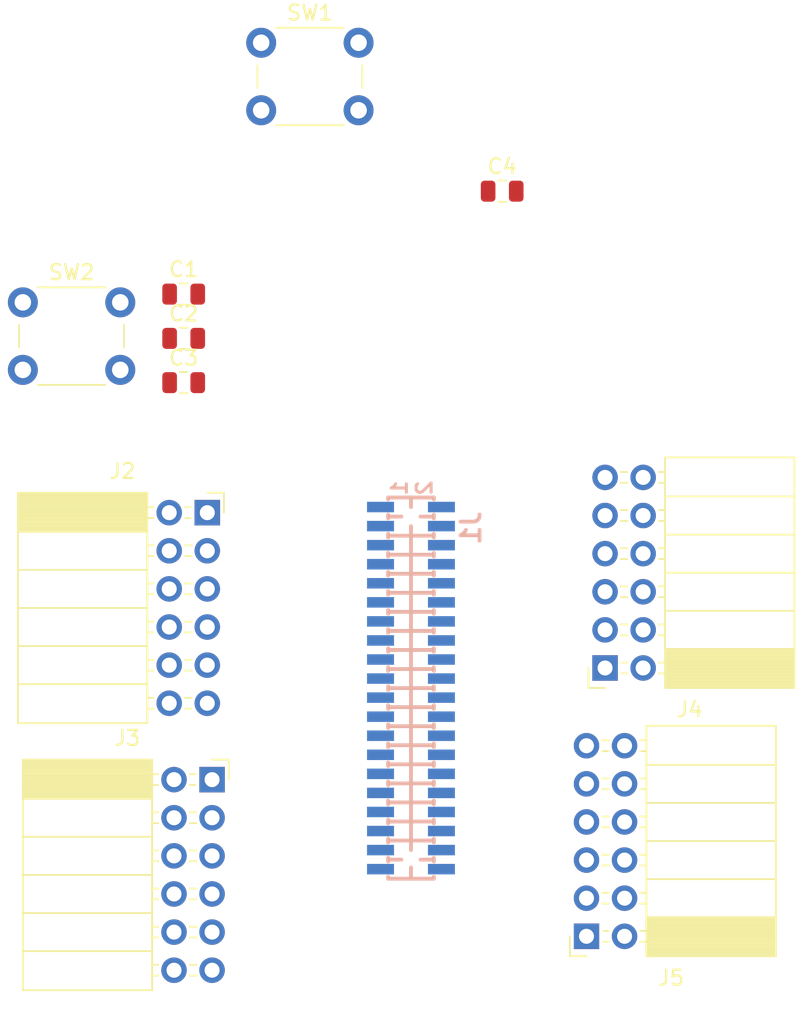
<source format=kicad_pcb>
(kicad_pcb (version 20171130) (host pcbnew 5.1.4)

  (general
    (thickness 1.6)
    (drawings 0)
    (tracks 0)
    (zones 0)
    (modules 11)
    (nets 39)
  )

  (page A4)
  (layers
    (0 F.Cu signal)
    (31 B.Cu signal)
    (32 B.Adhes user)
    (33 F.Adhes user)
    (34 B.Paste user)
    (35 F.Paste user)
    (36 B.SilkS user)
    (37 F.SilkS user)
    (38 B.Mask user)
    (39 F.Mask user)
    (40 Dwgs.User user)
    (41 Cmts.User user)
    (42 Eco1.User user)
    (43 Eco2.User user)
    (44 Edge.Cuts user)
    (45 Margin user)
    (46 B.CrtYd user)
    (47 F.CrtYd user)
    (48 B.Fab user)
    (49 F.Fab user)
  )

  (setup
    (last_trace_width 0.25)
    (trace_clearance 0.2)
    (zone_clearance 0.508)
    (zone_45_only no)
    (trace_min 0.2)
    (via_size 0.8)
    (via_drill 0.4)
    (via_min_size 0.4)
    (via_min_drill 0.3)
    (uvia_size 0.3)
    (uvia_drill 0.1)
    (uvias_allowed no)
    (uvia_min_size 0.2)
    (uvia_min_drill 0.1)
    (edge_width 0.05)
    (segment_width 0.2)
    (pcb_text_width 0.3)
    (pcb_text_size 1.5 1.5)
    (mod_edge_width 0.12)
    (mod_text_size 1 1)
    (mod_text_width 0.15)
    (pad_size 1.524 1.524)
    (pad_drill 0.762)
    (pad_to_mask_clearance 0.051)
    (solder_mask_min_width 0.25)
    (aux_axis_origin 0 0)
    (visible_elements FFFFFF7F)
    (pcbplotparams
      (layerselection 0x010fc_ffffffff)
      (usegerberextensions false)
      (usegerberattributes false)
      (usegerberadvancedattributes false)
      (creategerberjobfile false)
      (excludeedgelayer true)
      (linewidth 0.100000)
      (plotframeref false)
      (viasonmask false)
      (mode 1)
      (useauxorigin false)
      (hpglpennumber 1)
      (hpglpenspeed 20)
      (hpglpendiameter 15.000000)
      (psnegative false)
      (psa4output false)
      (plotreference true)
      (plotvalue true)
      (plotinvisibletext false)
      (padsonsilk false)
      (subtractmaskfromsilk false)
      (outputformat 1)
      (mirror false)
      (drillshape 1)
      (scaleselection 1)
      (outputdirectory ""))
  )

  (net 0 "")
  (net 1 +3V3)
  (net 2 GND)
  (net 3 +5V)
  (net 4 /EXT_CLOCK)
  (net 5 /PMOD0_1)
  (net 6 /PMOD2_1)
  (net 7 /PMOD0_2)
  (net 8 /PMOD2_2)
  (net 9 /PMOD0_3)
  (net 10 /PMOD2_3)
  (net 11 /PMOD0_4)
  (net 12 /PMOD2_4)
  (net 13 /PMOD0_5)
  (net 14 /PMOD2_5)
  (net 15 /PMOD0_6)
  (net 16 /PMOD2_6)
  (net 17 /PMOD0_7)
  (net 18 /PMOD2_7)
  (net 19 /PMOD0_8)
  (net 20 /PMOD2_8)
  (net 21 /PMOD1_1)
  (net 22 /PMOD3_1)
  (net 23 /PMOD1_2)
  (net 24 /PMOD3_2)
  (net 25 /PMOD1_3)
  (net 26 /PMOD3_3)
  (net 27 /PMOD1_4)
  (net 28 /PMOD3_4)
  (net 29 /PMOD1_5)
  (net 30 /PMOD3_5)
  (net 31 /PMOD1_6)
  (net 32 /PMOD3_6)
  (net 33 /PMOD1_7)
  (net 34 /PMOD3_7)
  (net 35 /PMOD1_8)
  (net 36 /PMOD3_8)
  (net 37 "Net-(J1-Pad39)")
  (net 38 "Net-(J1-Pad40)")

  (net_class Default "This is the default net class."
    (clearance 0.2)
    (trace_width 0.25)
    (via_dia 0.8)
    (via_drill 0.4)
    (uvia_dia 0.3)
    (uvia_drill 0.1)
    (add_net +3V3)
    (add_net +5V)
    (add_net /EXT_CLOCK)
    (add_net /PMOD0_1)
    (add_net /PMOD0_2)
    (add_net /PMOD0_3)
    (add_net /PMOD0_4)
    (add_net /PMOD0_5)
    (add_net /PMOD0_6)
    (add_net /PMOD0_7)
    (add_net /PMOD0_8)
    (add_net /PMOD1_1)
    (add_net /PMOD1_2)
    (add_net /PMOD1_3)
    (add_net /PMOD1_4)
    (add_net /PMOD1_5)
    (add_net /PMOD1_6)
    (add_net /PMOD1_7)
    (add_net /PMOD1_8)
    (add_net /PMOD2_1)
    (add_net /PMOD2_2)
    (add_net /PMOD2_3)
    (add_net /PMOD2_4)
    (add_net /PMOD2_5)
    (add_net /PMOD2_6)
    (add_net /PMOD2_7)
    (add_net /PMOD2_8)
    (add_net /PMOD3_1)
    (add_net /PMOD3_2)
    (add_net /PMOD3_3)
    (add_net /PMOD3_4)
    (add_net /PMOD3_5)
    (add_net /PMOD3_6)
    (add_net /PMOD3_7)
    (add_net /PMOD3_8)
    (add_net GND)
    (add_net "Net-(J1-Pad39)")
    (add_net "Net-(J1-Pad40)")
  )

  (module Capacitor_SMD:C_0805_2012Metric (layer F.Cu) (tedit 5B36C52B) (tstamp 5DD26F8F)
    (at 134.695001 98.695001)
    (descr "Capacitor SMD 0805 (2012 Metric), square (rectangular) end terminal, IPC_7351 nominal, (Body size source: https://docs.google.com/spreadsheets/d/1BsfQQcO9C6DZCsRaXUlFlo91Tg2WpOkGARC1WS5S8t0/edit?usp=sharing), generated with kicad-footprint-generator")
    (tags capacitor)
    (path /5D5272A4)
    (attr smd)
    (fp_text reference C1 (at 0 -1.65) (layer F.SilkS)
      (effects (font (size 1 1) (thickness 0.15)))
    )
    (fp_text value 10n (at 0 1.65) (layer F.Fab)
      (effects (font (size 1 1) (thickness 0.15)))
    )
    (fp_line (start -1 0.6) (end -1 -0.6) (layer F.Fab) (width 0.1))
    (fp_line (start -1 -0.6) (end 1 -0.6) (layer F.Fab) (width 0.1))
    (fp_line (start 1 -0.6) (end 1 0.6) (layer F.Fab) (width 0.1))
    (fp_line (start 1 0.6) (end -1 0.6) (layer F.Fab) (width 0.1))
    (fp_line (start -0.258578 -0.71) (end 0.258578 -0.71) (layer F.SilkS) (width 0.12))
    (fp_line (start -0.258578 0.71) (end 0.258578 0.71) (layer F.SilkS) (width 0.12))
    (fp_line (start -1.68 0.95) (end -1.68 -0.95) (layer F.CrtYd) (width 0.05))
    (fp_line (start -1.68 -0.95) (end 1.68 -0.95) (layer F.CrtYd) (width 0.05))
    (fp_line (start 1.68 -0.95) (end 1.68 0.95) (layer F.CrtYd) (width 0.05))
    (fp_line (start 1.68 0.95) (end -1.68 0.95) (layer F.CrtYd) (width 0.05))
    (fp_text user %R (at 0 0) (layer F.Fab)
      (effects (font (size 0.5 0.5) (thickness 0.08)))
    )
    (pad 1 smd roundrect (at -0.9375 0) (size 0.975 1.4) (layers F.Cu F.Paste F.Mask) (roundrect_rratio 0.25)
      (net 1 +3V3))
    (pad 2 smd roundrect (at 0.9375 0) (size 0.975 1.4) (layers F.Cu F.Paste F.Mask) (roundrect_rratio 0.25)
      (net 2 GND))
    (model ${KISYS3DMOD}/Capacitor_SMD.3dshapes/C_0805_2012Metric.wrl
      (at (xyz 0 0 0))
      (scale (xyz 1 1 1))
      (rotate (xyz 0 0 0))
    )
  )

  (module Capacitor_SMD:C_0805_2012Metric (layer F.Cu) (tedit 5B36C52B) (tstamp 5DD26FA0)
    (at 134.695001 101.645001)
    (descr "Capacitor SMD 0805 (2012 Metric), square (rectangular) end terminal, IPC_7351 nominal, (Body size source: https://docs.google.com/spreadsheets/d/1BsfQQcO9C6DZCsRaXUlFlo91Tg2WpOkGARC1WS5S8t0/edit?usp=sharing), generated with kicad-footprint-generator")
    (tags capacitor)
    (path /5D618E21)
    (attr smd)
    (fp_text reference C2 (at 0 -1.65) (layer F.SilkS)
      (effects (font (size 1 1) (thickness 0.15)))
    )
    (fp_text value 10n (at 0 1.65) (layer F.Fab)
      (effects (font (size 1 1) (thickness 0.15)))
    )
    (fp_text user %R (at 0 0) (layer F.Fab)
      (effects (font (size 0.5 0.5) (thickness 0.08)))
    )
    (fp_line (start 1.68 0.95) (end -1.68 0.95) (layer F.CrtYd) (width 0.05))
    (fp_line (start 1.68 -0.95) (end 1.68 0.95) (layer F.CrtYd) (width 0.05))
    (fp_line (start -1.68 -0.95) (end 1.68 -0.95) (layer F.CrtYd) (width 0.05))
    (fp_line (start -1.68 0.95) (end -1.68 -0.95) (layer F.CrtYd) (width 0.05))
    (fp_line (start -0.258578 0.71) (end 0.258578 0.71) (layer F.SilkS) (width 0.12))
    (fp_line (start -0.258578 -0.71) (end 0.258578 -0.71) (layer F.SilkS) (width 0.12))
    (fp_line (start 1 0.6) (end -1 0.6) (layer F.Fab) (width 0.1))
    (fp_line (start 1 -0.6) (end 1 0.6) (layer F.Fab) (width 0.1))
    (fp_line (start -1 -0.6) (end 1 -0.6) (layer F.Fab) (width 0.1))
    (fp_line (start -1 0.6) (end -1 -0.6) (layer F.Fab) (width 0.1))
    (pad 2 smd roundrect (at 0.9375 0) (size 0.975 1.4) (layers F.Cu F.Paste F.Mask) (roundrect_rratio 0.25)
      (net 2 GND))
    (pad 1 smd roundrect (at -0.9375 0) (size 0.975 1.4) (layers F.Cu F.Paste F.Mask) (roundrect_rratio 0.25)
      (net 1 +3V3))
    (model ${KISYS3DMOD}/Capacitor_SMD.3dshapes/C_0805_2012Metric.wrl
      (at (xyz 0 0 0))
      (scale (xyz 1 1 1))
      (rotate (xyz 0 0 0))
    )
  )

  (module Capacitor_SMD:C_0805_2012Metric (layer F.Cu) (tedit 5B36C52B) (tstamp 5DD26FB1)
    (at 134.695001 104.595001)
    (descr "Capacitor SMD 0805 (2012 Metric), square (rectangular) end terminal, IPC_7351 nominal, (Body size source: https://docs.google.com/spreadsheets/d/1BsfQQcO9C6DZCsRaXUlFlo91Tg2WpOkGARC1WS5S8t0/edit?usp=sharing), generated with kicad-footprint-generator")
    (tags capacitor)
    (path /5D6E7F3F)
    (attr smd)
    (fp_text reference C3 (at 0 -1.65) (layer F.SilkS)
      (effects (font (size 1 1) (thickness 0.15)))
    )
    (fp_text value 10n (at 0 1.65) (layer F.Fab)
      (effects (font (size 1 1) (thickness 0.15)))
    )
    (fp_line (start -1 0.6) (end -1 -0.6) (layer F.Fab) (width 0.1))
    (fp_line (start -1 -0.6) (end 1 -0.6) (layer F.Fab) (width 0.1))
    (fp_line (start 1 -0.6) (end 1 0.6) (layer F.Fab) (width 0.1))
    (fp_line (start 1 0.6) (end -1 0.6) (layer F.Fab) (width 0.1))
    (fp_line (start -0.258578 -0.71) (end 0.258578 -0.71) (layer F.SilkS) (width 0.12))
    (fp_line (start -0.258578 0.71) (end 0.258578 0.71) (layer F.SilkS) (width 0.12))
    (fp_line (start -1.68 0.95) (end -1.68 -0.95) (layer F.CrtYd) (width 0.05))
    (fp_line (start -1.68 -0.95) (end 1.68 -0.95) (layer F.CrtYd) (width 0.05))
    (fp_line (start 1.68 -0.95) (end 1.68 0.95) (layer F.CrtYd) (width 0.05))
    (fp_line (start 1.68 0.95) (end -1.68 0.95) (layer F.CrtYd) (width 0.05))
    (fp_text user %R (at 0 0) (layer F.Fab)
      (effects (font (size 0.5 0.5) (thickness 0.08)))
    )
    (pad 1 smd roundrect (at -0.9375 0) (size 0.975 1.4) (layers F.Cu F.Paste F.Mask) (roundrect_rratio 0.25)
      (net 1 +3V3))
    (pad 2 smd roundrect (at 0.9375 0) (size 0.975 1.4) (layers F.Cu F.Paste F.Mask) (roundrect_rratio 0.25)
      (net 2 GND))
    (model ${KISYS3DMOD}/Capacitor_SMD.3dshapes/C_0805_2012Metric.wrl
      (at (xyz 0 0 0))
      (scale (xyz 1 1 1))
      (rotate (xyz 0 0 0))
    )
  )

  (module Capacitor_SMD:C_0805_2012Metric (layer F.Cu) (tedit 5B36C52B) (tstamp 5DD26FC2)
    (at 155.945001 91.835001)
    (descr "Capacitor SMD 0805 (2012 Metric), square (rectangular) end terminal, IPC_7351 nominal, (Body size source: https://docs.google.com/spreadsheets/d/1BsfQQcO9C6DZCsRaXUlFlo91Tg2WpOkGARC1WS5S8t0/edit?usp=sharing), generated with kicad-footprint-generator")
    (tags capacitor)
    (path /5D6F2FDA)
    (attr smd)
    (fp_text reference C4 (at 0 -1.65) (layer F.SilkS)
      (effects (font (size 1 1) (thickness 0.15)))
    )
    (fp_text value 10n (at 0 1.65) (layer F.Fab)
      (effects (font (size 1 1) (thickness 0.15)))
    )
    (fp_text user %R (at 0 0) (layer F.Fab)
      (effects (font (size 0.5 0.5) (thickness 0.08)))
    )
    (fp_line (start 1.68 0.95) (end -1.68 0.95) (layer F.CrtYd) (width 0.05))
    (fp_line (start 1.68 -0.95) (end 1.68 0.95) (layer F.CrtYd) (width 0.05))
    (fp_line (start -1.68 -0.95) (end 1.68 -0.95) (layer F.CrtYd) (width 0.05))
    (fp_line (start -1.68 0.95) (end -1.68 -0.95) (layer F.CrtYd) (width 0.05))
    (fp_line (start -0.258578 0.71) (end 0.258578 0.71) (layer F.SilkS) (width 0.12))
    (fp_line (start -0.258578 -0.71) (end 0.258578 -0.71) (layer F.SilkS) (width 0.12))
    (fp_line (start 1 0.6) (end -1 0.6) (layer F.Fab) (width 0.1))
    (fp_line (start 1 -0.6) (end 1 0.6) (layer F.Fab) (width 0.1))
    (fp_line (start -1 -0.6) (end 1 -0.6) (layer F.Fab) (width 0.1))
    (fp_line (start -1 0.6) (end -1 -0.6) (layer F.Fab) (width 0.1))
    (pad 2 smd roundrect (at 0.9375 0) (size 0.975 1.4) (layers F.Cu F.Paste F.Mask) (roundrect_rratio 0.25)
      (net 2 GND))
    (pad 1 smd roundrect (at -0.9375 0) (size 0.975 1.4) (layers F.Cu F.Paste F.Mask) (roundrect_rratio 0.25)
      (net 1 +3V3))
    (model ${KISYS3DMOD}/Capacitor_SMD.3dshapes/C_0805_2012Metric.wrl
      (at (xyz 0 0 0))
      (scale (xyz 1 1 1))
      (rotate (xyz 0 0 0))
    )
  )

  (module "olimex-hx8k-pmod:GPCB127SMT-02X20(YA-V36P-2X20-LF)" (layer B.Cu) (tedit 5B7BF464) (tstamp 5DD270AC)
    (at 149.86 124.95 270)
    (path /5C93E121)
    (attr smd)
    (fp_text reference J1 (at -10.668 -4.0005 270) (layer B.SilkS)
      (effects (font (size 1.27 1.27) (thickness 0.254)) (justify mirror))
    )
    (fp_text value Conn_02x20_Odd_Even_FPGA (at 0 4.445 270) (layer B.Fab)
      (effects (font (size 1.27 1.27) (thickness 0.254)) (justify mirror))
    )
    (fp_line (start 11.43 -0.34798) (end 11.43 0.34798) (layer B.Fab) (width 0.127))
    (fp_line (start 11.07948 0) (end 11.77798 0) (layer B.Fab) (width 0.127))
    (fp_circle (center 11.43 0) (end 11.60272 -0.17272) (layer B.Fab) (width 0.127))
    (fp_line (start 11.43 0.635) (end 11.43 1.524) (layer B.SilkS) (width 0.254))
    (fp_line (start 11.43 -1.524) (end 11.43 -0.635) (layer B.SilkS) (width 0.254))
    (fp_line (start 10.16 0) (end 10.16 1.524) (layer B.SilkS) (width 0.254))
    (fp_line (start 8.89 0) (end 8.89 1.524) (layer B.SilkS) (width 0.254))
    (fp_line (start 7.62 0) (end 7.62 1.524) (layer B.SilkS) (width 0.254))
    (fp_line (start 6.35 0) (end 6.35 1.524) (layer B.SilkS) (width 0.254))
    (fp_line (start 5.08 0) (end 5.08 1.524) (layer B.SilkS) (width 0.254))
    (fp_line (start 3.81 0) (end 3.81 1.524) (layer B.SilkS) (width 0.254))
    (fp_line (start 2.54 0) (end 2.54 1.524) (layer B.SilkS) (width 0.254))
    (fp_line (start 1.27 0) (end 1.27 1.524) (layer B.SilkS) (width 0.254))
    (fp_line (start 10.16 -1.524) (end 10.16 0) (layer B.SilkS) (width 0.254))
    (fp_line (start 8.89 -1.524) (end 8.89 0) (layer B.SilkS) (width 0.254))
    (fp_line (start 7.62 -1.524) (end 7.62 0) (layer B.SilkS) (width 0.254))
    (fp_line (start 6.35 -1.524) (end 6.35 0) (layer B.SilkS) (width 0.254))
    (fp_line (start 5.08 -1.524) (end 5.08 0) (layer B.SilkS) (width 0.254))
    (fp_line (start 3.81 -1.524) (end 3.81 0) (layer B.SilkS) (width 0.254))
    (fp_line (start 2.54 -1.524) (end 2.54 0) (layer B.SilkS) (width 0.254))
    (fp_line (start 1.27 -1.524) (end 1.27 0) (layer B.SilkS) (width 0.254))
    (fp_line (start 11.557 1.524) (end 12.573 1.524) (layer B.Fab) (width 0.254))
    (fp_line (start 10.287 1.524) (end 11.303 1.524) (layer B.Fab) (width 0.254))
    (fp_line (start 9.017 1.524) (end 10.033 1.524) (layer B.Fab) (width 0.254))
    (fp_line (start 7.747 1.524) (end 8.763 1.524) (layer B.Fab) (width 0.254))
    (fp_line (start 6.477 1.524) (end 7.493 1.524) (layer B.Fab) (width 0.254))
    (fp_line (start 5.207 1.524) (end 6.223 1.524) (layer B.Fab) (width 0.254))
    (fp_line (start 3.937 1.524) (end 4.953 1.524) (layer B.Fab) (width 0.254))
    (fp_line (start 11.557 -1.524) (end 12.573 -1.524) (layer B.Fab) (width 0.254))
    (fp_line (start 10.287 -1.524) (end 11.303 -1.524) (layer B.Fab) (width 0.254))
    (fp_line (start 9.017 -1.524) (end 10.033 -1.524) (layer B.Fab) (width 0.254))
    (fp_line (start 7.747 -1.524) (end 8.763 -1.524) (layer B.Fab) (width 0.254))
    (fp_line (start 6.477 -1.524) (end 7.493 -1.524) (layer B.Fab) (width 0.254))
    (fp_line (start 5.207 -1.524) (end 6.223 -1.524) (layer B.Fab) (width 0.254))
    (fp_line (start 3.937 -1.524) (end 4.953 -1.524) (layer B.Fab) (width 0.254))
    (fp_line (start 2.667 -1.524) (end 3.683 -1.524) (layer B.Fab) (width 0.254))
    (fp_line (start 0.127 -1.524) (end 1.143 -1.524) (layer B.Fab) (width 0.254))
    (fp_line (start 1.397 -1.524) (end 2.413 -1.524) (layer B.Fab) (width 0.254))
    (fp_line (start 0.127 1.524) (end 1.143 1.524) (layer B.Fab) (width 0.254))
    (fp_line (start 1.397 1.524) (end 2.413 1.524) (layer B.Fab) (width 0.254))
    (fp_line (start 1.27 1.524) (end 1.397 1.524) (layer B.SilkS) (width 0.254))
    (fp_line (start 1.143 1.524) (end 1.27 1.524) (layer B.SilkS) (width 0.254))
    (fp_line (start 2.667 1.524) (end 3.683 1.524) (layer B.Fab) (width 0.254))
    (fp_line (start 2.54 1.524) (end 2.667 1.524) (layer B.SilkS) (width 0.254))
    (fp_line (start 2.413 1.524) (end 2.54 1.524) (layer B.SilkS) (width 0.254))
    (fp_line (start 3.81 1.524) (end 3.937 1.524) (layer B.SilkS) (width 0.254))
    (fp_line (start 3.683 1.524) (end 3.81 1.524) (layer B.SilkS) (width 0.254))
    (fp_line (start 5.08 1.524) (end 5.207 1.524) (layer B.SilkS) (width 0.254))
    (fp_line (start 4.953 1.524) (end 5.08 1.524) (layer B.SilkS) (width 0.254))
    (fp_line (start 6.35 1.524) (end 6.477 1.524) (layer B.SilkS) (width 0.254))
    (fp_line (start 6.223 1.524) (end 6.35 1.524) (layer B.SilkS) (width 0.254))
    (fp_line (start 7.62 1.524) (end 7.747 1.524) (layer B.SilkS) (width 0.254))
    (fp_line (start 7.493 1.524) (end 7.62 1.524) (layer B.SilkS) (width 0.254))
    (fp_line (start 8.89 1.524) (end 9.017 1.524) (layer B.SilkS) (width 0.254))
    (fp_line (start 8.763 1.524) (end 8.89 1.524) (layer B.SilkS) (width 0.254))
    (fp_line (start 10.16 1.524) (end 10.287 1.524) (layer B.SilkS) (width 0.254))
    (fp_line (start 10.033 1.524) (end 10.16 1.524) (layer B.SilkS) (width 0.254))
    (fp_line (start 11.303 1.524) (end 11.557 1.524) (layer B.SilkS) (width 0.254))
    (fp_line (start 11.43 -1.524) (end 11.557 -1.524) (layer B.SilkS) (width 0.254))
    (fp_line (start 11.303 -1.524) (end 11.43 -1.524) (layer B.SilkS) (width 0.254))
    (fp_line (start 10.16 -1.524) (end 10.287 -1.524) (layer B.SilkS) (width 0.254))
    (fp_line (start 10.033 -1.524) (end 10.16 -1.524) (layer B.SilkS) (width 0.254))
    (fp_line (start 8.89 -1.524) (end 9.017 -1.524) (layer B.SilkS) (width 0.254))
    (fp_line (start 8.763 -1.524) (end 8.89 -1.524) (layer B.SilkS) (width 0.254))
    (fp_line (start 7.62 -1.524) (end 7.747 -1.524) (layer B.SilkS) (width 0.254))
    (fp_line (start 7.493 -1.524) (end 7.62 -1.524) (layer B.SilkS) (width 0.254))
    (fp_line (start 6.35 -1.524) (end 6.477 -1.524) (layer B.SilkS) (width 0.254))
    (fp_line (start 6.223 -1.524) (end 6.35 -1.524) (layer B.SilkS) (width 0.254))
    (fp_line (start 5.08 -1.524) (end 5.207 -1.524) (layer B.SilkS) (width 0.254))
    (fp_line (start 4.953 -1.524) (end 5.08 -1.524) (layer B.SilkS) (width 0.254))
    (fp_line (start 3.81 -1.524) (end 3.937 -1.524) (layer B.SilkS) (width 0.254))
    (fp_line (start 3.683 -1.524) (end 3.81 -1.524) (layer B.SilkS) (width 0.254))
    (fp_line (start 2.54 -1.524) (end 2.667 -1.524) (layer B.SilkS) (width 0.254))
    (fp_line (start 2.413 -1.524) (end 2.54 -1.524) (layer B.SilkS) (width 0.254))
    (fp_line (start 1.27 -1.524) (end 1.397 -1.524) (layer B.SilkS) (width 0.254))
    (fp_line (start 1.143 -1.524) (end 1.27 -1.524) (layer B.SilkS) (width 0.254))
    (fp_line (start 11.938 0) (end 12.7 0) (layer B.SilkS) (width 0.254))
    (fp_line (start 10.16 0) (end 10.795 0) (layer B.SilkS) (width 0.254))
    (fp_line (start 8.89 0) (end 10.16 0) (layer B.SilkS) (width 0.254))
    (fp_line (start 7.62 0) (end 8.89 0) (layer B.SilkS) (width 0.254))
    (fp_line (start 6.35 0) (end 7.62 0) (layer B.SilkS) (width 0.254))
    (fp_line (start 5.08 0) (end 6.35 0) (layer B.SilkS) (width 0.254))
    (fp_line (start 3.81 0) (end 5.08 0) (layer B.SilkS) (width 0.254))
    (fp_line (start 2.54 0) (end 3.81 0) (layer B.SilkS) (width 0.254))
    (fp_line (start 1.27 0) (end 2.54 0) (layer B.SilkS) (width 0.254))
    (fp_line (start 0 0) (end 1.27 0) (layer B.SilkS) (width 0.254))
    (fp_line (start 12.7 -1.524) (end 12.573 -1.524) (layer B.SilkS) (width 0.254))
    (fp_line (start 12.7 0) (end 12.7 -1.524) (layer B.SilkS) (width 0.254))
    (fp_line (start 12.7 1.524) (end 12.7 0) (layer B.SilkS) (width 0.254))
    (fp_line (start 12.573 1.524) (end 12.7 1.524) (layer B.SilkS) (width 0.254))
    (fp_line (start 0 -1.524) (end 0.127 -1.524) (layer B.SilkS) (width 0.254))
    (fp_line (start 0.127 1.524) (end 0 1.524) (layer B.SilkS) (width 0.254))
    (fp_text user 2 (at -13.335 -0.889 90) (layer B.SilkS)
      (effects (font (size 1 1) (thickness 0.2)) (justify mirror))
    )
    (fp_line (start -12.573 1.524) (end -12.7 1.524) (layer B.SilkS) (width 0.254))
    (fp_line (start -12.7 1.524) (end -12.7 0) (layer B.SilkS) (width 0.254))
    (fp_line (start -12.7 0) (end -12.7 -1.524) (layer B.SilkS) (width 0.254))
    (fp_line (start -12.7 -1.524) (end -12.573 -1.524) (layer B.SilkS) (width 0.254))
    (fp_line (start -0.127 1.524) (end 0 1.524) (layer B.SilkS) (width 0.254))
    (fp_line (start 0 1.524) (end 0 0) (layer B.SilkS) (width 0.254))
    (fp_line (start 0 0) (end 0 -1.524) (layer B.SilkS) (width 0.254))
    (fp_line (start 0 -1.524) (end -0.127 -1.524) (layer B.SilkS) (width 0.254))
    (fp_line (start -12.7 0) (end -12.065 0) (layer B.SilkS) (width 0.254))
    (fp_line (start -10.795 0) (end -10.16 0) (layer B.SilkS) (width 0.254))
    (fp_line (start -10.16 0) (end -8.89 0) (layer B.SilkS) (width 0.254))
    (fp_line (start -8.89 0) (end -7.62 0) (layer B.SilkS) (width 0.254))
    (fp_line (start -7.62 0) (end -6.35 0) (layer B.SilkS) (width 0.254))
    (fp_line (start -6.35 0) (end -5.08 0) (layer B.SilkS) (width 0.254))
    (fp_line (start -5.08 0) (end -3.81 0) (layer B.SilkS) (width 0.254))
    (fp_line (start -3.81 0) (end -2.54 0) (layer B.SilkS) (width 0.254))
    (fp_line (start -2.54 0) (end -1.27 0) (layer B.SilkS) (width 0.254))
    (fp_line (start -1.27 0) (end 0 0) (layer B.SilkS) (width 0.254))
    (fp_line (start -11.557 -1.524) (end -11.43 -1.524) (layer B.SilkS) (width 0.254))
    (fp_line (start -11.43 -1.524) (end -11.303 -1.524) (layer B.SilkS) (width 0.254))
    (fp_line (start -10.287 -1.524) (end -10.16 -1.524) (layer B.SilkS) (width 0.254))
    (fp_line (start -10.16 -1.524) (end -10.033 -1.524) (layer B.SilkS) (width 0.254))
    (fp_line (start -9.017 -1.524) (end -8.89 -1.524) (layer B.SilkS) (width 0.254))
    (fp_line (start -8.89 -1.524) (end -8.763 -1.524) (layer B.SilkS) (width 0.254))
    (fp_line (start -7.747 -1.524) (end -7.62 -1.524) (layer B.SilkS) (width 0.254))
    (fp_line (start -7.62 -1.524) (end -7.493 -1.524) (layer B.SilkS) (width 0.254))
    (fp_line (start -6.477 -1.524) (end -6.35 -1.524) (layer B.SilkS) (width 0.254))
    (fp_line (start -6.35 -1.524) (end -6.223 -1.524) (layer B.SilkS) (width 0.254))
    (fp_line (start -5.207 -1.524) (end -5.08 -1.524) (layer B.SilkS) (width 0.254))
    (fp_line (start -5.08 -1.524) (end -4.953 -1.524) (layer B.SilkS) (width 0.254))
    (fp_line (start -3.937 -1.524) (end -3.81 -1.524) (layer B.SilkS) (width 0.254))
    (fp_line (start -3.81 -1.524) (end -3.683 -1.524) (layer B.SilkS) (width 0.254))
    (fp_line (start -2.667 -1.524) (end -2.54 -1.524) (layer B.SilkS) (width 0.254))
    (fp_line (start -2.54 -1.524) (end -2.413 -1.524) (layer B.SilkS) (width 0.254))
    (fp_line (start -1.397 -1.524) (end -1.27 -1.524) (layer B.SilkS) (width 0.254))
    (fp_line (start -1.27 -1.524) (end -1.143 -1.524) (layer B.SilkS) (width 0.254))
    (fp_line (start -1.397 1.524) (end -1.143 1.524) (layer B.SilkS) (width 0.254))
    (fp_line (start -2.667 1.524) (end -2.54 1.524) (layer B.SilkS) (width 0.254))
    (fp_line (start -2.54 1.524) (end -2.413 1.524) (layer B.SilkS) (width 0.254))
    (fp_line (start -3.937 1.524) (end -3.81 1.524) (layer B.SilkS) (width 0.254))
    (fp_line (start -3.81 1.524) (end -3.683 1.524) (layer B.SilkS) (width 0.254))
    (fp_line (start -5.207 1.524) (end -5.08 1.524) (layer B.SilkS) (width 0.254))
    (fp_line (start -5.08 1.524) (end -4.953 1.524) (layer B.SilkS) (width 0.254))
    (fp_line (start -6.477 1.524) (end -6.35 1.524) (layer B.SilkS) (width 0.254))
    (fp_line (start -6.35 1.524) (end -6.223 1.524) (layer B.SilkS) (width 0.254))
    (fp_line (start -7.747 1.524) (end -7.62 1.524) (layer B.SilkS) (width 0.254))
    (fp_line (start -7.62 1.524) (end -7.493 1.524) (layer B.SilkS) (width 0.254))
    (fp_line (start -9.017 1.524) (end -8.89 1.524) (layer B.SilkS) (width 0.254))
    (fp_line (start -8.89 1.524) (end -8.763 1.524) (layer B.SilkS) (width 0.254))
    (fp_line (start -10.287 1.524) (end -10.16 1.524) (layer B.SilkS) (width 0.254))
    (fp_line (start -10.16 1.524) (end -10.033 1.524) (layer B.SilkS) (width 0.254))
    (fp_line (start -10.033 1.524) (end -9.017 1.524) (layer B.Fab) (width 0.254))
    (fp_line (start -11.557 1.524) (end -11.43 1.524) (layer B.SilkS) (width 0.254))
    (fp_line (start -11.43 1.524) (end -11.303 1.524) (layer B.SilkS) (width 0.254))
    (fp_line (start -11.303 1.524) (end -10.287 1.524) (layer B.Fab) (width 0.254))
    (fp_line (start -12.573 1.524) (end -11.557 1.524) (layer B.Fab) (width 0.254))
    (fp_line (start -11.303 -1.524) (end -10.287 -1.524) (layer B.Fab) (width 0.254))
    (fp_line (start -12.573 -1.524) (end -11.557 -1.524) (layer B.Fab) (width 0.254))
    (fp_line (start -10.033 -1.524) (end -9.017 -1.524) (layer B.Fab) (width 0.254))
    (fp_line (start -8.763 -1.524) (end -7.747 -1.524) (layer B.Fab) (width 0.254))
    (fp_line (start -7.493 -1.524) (end -6.477 -1.524) (layer B.Fab) (width 0.254))
    (fp_line (start -6.223 -1.524) (end -5.207 -1.524) (layer B.Fab) (width 0.254))
    (fp_line (start -4.953 -1.524) (end -3.937 -1.524) (layer B.Fab) (width 0.254))
    (fp_line (start -3.683 -1.524) (end -2.667 -1.524) (layer B.Fab) (width 0.254))
    (fp_line (start -2.413 -1.524) (end -1.397 -1.524) (layer B.Fab) (width 0.254))
    (fp_line (start -1.143 -1.524) (end -0.127 -1.524) (layer B.Fab) (width 0.254))
    (fp_line (start -8.763 1.524) (end -7.747 1.524) (layer B.Fab) (width 0.254))
    (fp_line (start -7.493 1.524) (end -6.477 1.524) (layer B.Fab) (width 0.254))
    (fp_line (start -6.223 1.524) (end -5.207 1.524) (layer B.Fab) (width 0.254))
    (fp_line (start -4.953 1.524) (end -3.937 1.524) (layer B.Fab) (width 0.254))
    (fp_line (start -3.683 1.524) (end -2.667 1.524) (layer B.Fab) (width 0.254))
    (fp_line (start -2.413 1.524) (end -1.397 1.524) (layer B.Fab) (width 0.254))
    (fp_line (start -1.143 1.524) (end -0.127 1.524) (layer B.Fab) (width 0.254))
    (fp_line (start -11.43 -1.524) (end -11.43 -0.635) (layer B.SilkS) (width 0.254))
    (fp_line (start -10.16 -1.524) (end -10.16 0) (layer B.SilkS) (width 0.254))
    (fp_line (start -8.89 -1.524) (end -8.89 0) (layer B.SilkS) (width 0.254))
    (fp_line (start -7.62 -1.524) (end -7.62 0) (layer B.SilkS) (width 0.254))
    (fp_line (start -6.35 -1.524) (end -6.35 0) (layer B.SilkS) (width 0.254))
    (fp_line (start -5.08 -1.524) (end -5.08 0) (layer B.SilkS) (width 0.254))
    (fp_line (start -3.81 -1.524) (end -3.81 0) (layer B.SilkS) (width 0.254))
    (fp_line (start -2.54 -1.524) (end -2.54 0) (layer B.SilkS) (width 0.254))
    (fp_line (start -11.43 0.635) (end -11.43 1.524) (layer B.SilkS) (width 0.254))
    (fp_line (start -10.16 0) (end -10.16 1.524) (layer B.SilkS) (width 0.254))
    (fp_line (start -8.89 0) (end -8.89 1.524) (layer B.SilkS) (width 0.254))
    (fp_line (start -7.62 0) (end -7.62 1.524) (layer B.SilkS) (width 0.254))
    (fp_line (start -6.35 0) (end -6.35 1.524) (layer B.SilkS) (width 0.254))
    (fp_line (start -5.08 0) (end -5.08 1.524) (layer B.SilkS) (width 0.254))
    (fp_line (start -3.81 0) (end -3.81 1.524) (layer B.SilkS) (width 0.254))
    (fp_line (start -2.54 0) (end -2.54 1.524) (layer B.SilkS) (width 0.254))
    (fp_line (start -1.27 -1.524) (end -1.27 0) (layer B.SilkS) (width 0.254))
    (fp_line (start -1.27 0) (end -1.27 1.524) (layer B.SilkS) (width 0.254))
    (fp_circle (center -11.43 0) (end -11.60272 -0.17272) (layer B.Fab) (width 0.127))
    (fp_line (start -11.77798 0) (end -11.07948 0) (layer B.Fab) (width 0.127))
    (fp_line (start -11.43 -0.34798) (end -11.43 0.34798) (layer B.Fab) (width 0.127))
    (fp_text user 1 (at -13.335 0.762 270) (layer B.SilkS)
      (effects (font (size 1 1) (thickness 0.2)) (justify mirror))
    )
    (pad "" np_thru_hole circle (at 11.43 0 180) (size 0.7 0.7) (drill 0.7) (layers *.Cu *.Mask)
      (solder_mask_margin 0.0508) (solder_paste_margin 0.1))
    (pad 40 smd rect (at 12.065 -2.032 180) (size 1.8 0.7) (layers B.Cu B.Paste B.Mask)
      (net 38 "Net-(J1-Pad40)") (solder_mask_margin 0.0508) (solder_paste_margin 0.1))
    (pad 39 smd rect (at 12.065 2.032 180) (size 1.8 0.7) (layers B.Cu B.Paste B.Mask)
      (net 37 "Net-(J1-Pad39)") (solder_mask_margin 0.0508) (solder_paste_margin 0.1))
    (pad 38 smd rect (at 10.795 -2.032 180) (size 1.8 0.7) (layers B.Cu B.Paste B.Mask)
      (net 36 /PMOD3_8) (solder_mask_margin 0.0508) (solder_paste_margin 0.1))
    (pad 37 smd rect (at 10.795 2.032 180) (size 1.8 0.7) (layers B.Cu B.Paste B.Mask)
      (net 35 /PMOD1_8) (solder_mask_margin 0.0508) (solder_paste_margin 0.1))
    (pad 36 smd rect (at 9.525 -2.032 180) (size 1.8 0.7) (layers B.Cu B.Paste B.Mask)
      (net 34 /PMOD3_7) (solder_mask_margin 0.0508) (solder_paste_margin 0.1))
    (pad 35 smd rect (at 9.525 2.032 180) (size 1.8 0.7) (layers B.Cu B.Paste B.Mask)
      (net 33 /PMOD1_7) (solder_mask_margin 0.0508) (solder_paste_margin 0.1))
    (pad 34 smd rect (at 8.255 -2.032 180) (size 1.8 0.7) (layers B.Cu B.Paste B.Mask)
      (net 32 /PMOD3_6) (solder_mask_margin 0.0508) (solder_paste_margin 0.1))
    (pad 33 smd rect (at 8.255 2.032 180) (size 1.8 0.7) (layers B.Cu B.Paste B.Mask)
      (net 31 /PMOD1_6) (solder_mask_margin 0.0508) (solder_paste_margin 0.1))
    (pad 32 smd rect (at 6.985 -2.032) (size 1.8 0.7) (layers B.Cu B.Paste B.Mask)
      (net 30 /PMOD3_5) (solder_mask_margin 0.0508) (solder_paste_margin 0.1))
    (pad 31 smd rect (at 6.985 2.032) (size 1.8 0.7) (layers B.Cu B.Paste B.Mask)
      (net 29 /PMOD1_5) (solder_mask_margin 0.0508) (solder_paste_margin 0.1))
    (pad 30 smd rect (at 5.715 -2.032) (size 1.8 0.7) (layers B.Cu B.Paste B.Mask)
      (net 28 /PMOD3_4) (solder_mask_margin 0.0508) (solder_paste_margin 0.1))
    (pad 29 smd rect (at 5.715 2.032) (size 1.8 0.7) (layers B.Cu B.Paste B.Mask)
      (net 27 /PMOD1_4) (solder_mask_margin 0.0508) (solder_paste_margin 0.1))
    (pad 28 smd rect (at 4.445 -2.032) (size 1.8 0.7) (layers B.Cu B.Paste B.Mask)
      (net 26 /PMOD3_3) (solder_mask_margin 0.0508) (solder_paste_margin 0.1))
    (pad 27 smd rect (at 4.445 2.032) (size 1.8 0.7) (layers B.Cu B.Paste B.Mask)
      (net 25 /PMOD1_3) (solder_mask_margin 0.0508) (solder_paste_margin 0.1))
    (pad 26 smd rect (at 3.175 -2.032) (size 1.8 0.7) (layers B.Cu B.Paste B.Mask)
      (net 24 /PMOD3_2) (solder_mask_margin 0.0508) (solder_paste_margin 0.1))
    (pad 25 smd rect (at 3.175 2.032) (size 1.8 0.7) (layers B.Cu B.Paste B.Mask)
      (net 23 /PMOD1_2) (solder_mask_margin 0.0508) (solder_paste_margin 0.1))
    (pad 24 smd rect (at 1.905 -2.032) (size 1.8 0.7) (layers B.Cu B.Paste B.Mask)
      (net 22 /PMOD3_1) (solder_mask_margin 0.0508) (solder_paste_margin 0.1))
    (pad 23 smd rect (at 1.905 2.032) (size 1.8 0.7) (layers B.Cu B.Paste B.Mask)
      (net 21 /PMOD1_1) (solder_mask_margin 0.0508) (solder_paste_margin 0.1))
    (pad 22 smd rect (at 0.635 -2.032) (size 1.8 0.7) (layers B.Cu B.Paste B.Mask)
      (net 20 /PMOD2_8) (solder_mask_margin 0.0508) (solder_paste_margin 0.1))
    (pad 21 smd rect (at 0.635 2.032) (size 1.8 0.7) (layers B.Cu B.Paste B.Mask)
      (net 19 /PMOD0_8) (solder_mask_margin 0.0508) (solder_paste_margin 0.1))
    (pad 1 smd rect (at -12.065 2.032) (size 1.8 0.7) (layers B.Cu B.Paste B.Mask)
      (net 3 +5V) (solder_mask_margin 0.0508) (solder_paste_margin 0.1))
    (pad 2 smd rect (at -12.065 -2.032) (size 1.8 0.7) (layers B.Cu B.Paste B.Mask)
      (net 2 GND) (solder_mask_margin 0.0508) (solder_paste_margin 0.1))
    (pad 3 smd rect (at -10.795 2.032) (size 1.8 0.7) (layers B.Cu B.Paste B.Mask)
      (net 1 +3V3) (solder_mask_margin 0.0508) (solder_paste_margin 0.1))
    (pad 4 smd rect (at -10.795 -2.032) (size 1.8 0.7) (layers B.Cu B.Paste B.Mask)
      (net 2 GND) (solder_mask_margin 0.0508) (solder_paste_margin 0.1))
    (pad 5 smd rect (at -9.525 2.032) (size 1.8 0.7) (layers B.Cu B.Paste B.Mask)
      (net 1 +3V3) (solder_mask_margin 0.0508) (solder_paste_margin 0.1))
    (pad 6 smd rect (at -9.525 -2.032) (size 1.8 0.7) (layers B.Cu B.Paste B.Mask)
      (net 4 /EXT_CLOCK) (solder_mask_margin 0.0508) (solder_paste_margin 0.1))
    (pad 7 smd rect (at -8.255 2.032) (size 1.8 0.7) (layers B.Cu B.Paste B.Mask)
      (net 5 /PMOD0_1) (solder_mask_margin 0.0508) (solder_paste_margin 0.1))
    (pad 8 smd rect (at -8.255 -2.032) (size 1.8 0.7) (layers B.Cu B.Paste B.Mask)
      (net 6 /PMOD2_1) (solder_mask_margin 0.0508) (solder_paste_margin 0.1))
    (pad 9 smd rect (at -6.985 2.032) (size 1.8 0.7) (layers B.Cu B.Paste B.Mask)
      (net 7 /PMOD0_2) (solder_mask_margin 0.0508) (solder_paste_margin 0.1))
    (pad 10 smd rect (at -6.985 -2.032) (size 1.8 0.7) (layers B.Cu B.Paste B.Mask)
      (net 8 /PMOD2_2) (solder_mask_margin 0.0508) (solder_paste_margin 0.1))
    (pad 11 smd rect (at -5.715 2.032) (size 1.8 0.7) (layers B.Cu B.Paste B.Mask)
      (net 9 /PMOD0_3) (solder_mask_margin 0.0508) (solder_paste_margin 0.1))
    (pad 12 smd rect (at -5.715 -2.032) (size 1.8 0.7) (layers B.Cu B.Paste B.Mask)
      (net 10 /PMOD2_3) (solder_mask_margin 0.0508) (solder_paste_margin 0.1))
    (pad 13 smd rect (at -4.445 2.032 180) (size 1.8 0.7) (layers B.Cu B.Paste B.Mask)
      (net 11 /PMOD0_4) (solder_mask_margin 0.0508) (solder_paste_margin 0.1))
    (pad 14 smd rect (at -4.445 -2.032 180) (size 1.8 0.7) (layers B.Cu B.Paste B.Mask)
      (net 12 /PMOD2_4) (solder_mask_margin 0.0508) (solder_paste_margin 0.1))
    (pad 15 smd rect (at -3.175 2.032 180) (size 1.8 0.7) (layers B.Cu B.Paste B.Mask)
      (net 13 /PMOD0_5) (solder_mask_margin 0.0508) (solder_paste_margin 0.1))
    (pad 16 smd rect (at -3.175 -2.032 180) (size 1.8 0.7) (layers B.Cu B.Paste B.Mask)
      (net 14 /PMOD2_5) (solder_mask_margin 0.0508) (solder_paste_margin 0.1))
    (pad 17 smd rect (at -1.905 2.032 180) (size 1.8 0.7) (layers B.Cu B.Paste B.Mask)
      (net 15 /PMOD0_6) (solder_mask_margin 0.0508) (solder_paste_margin 0.1))
    (pad 18 smd rect (at -1.905 -2.032 180) (size 1.8 0.7) (layers B.Cu B.Paste B.Mask)
      (net 16 /PMOD2_6) (solder_mask_margin 0.0508) (solder_paste_margin 0.1))
    (pad 19 smd rect (at -0.635 2.032 180) (size 1.8 0.7) (layers B.Cu B.Paste B.Mask)
      (net 17 /PMOD0_7) (solder_mask_margin 0.0508) (solder_paste_margin 0.1))
    (pad 20 smd rect (at -0.635 -2.032 180) (size 1.8 0.7) (layers B.Cu B.Paste B.Mask)
      (net 18 /PMOD2_7) (solder_mask_margin 0.0508) (solder_paste_margin 0.1))
    (pad "" np_thru_hole circle (at -11.43 0 180) (size 0.7 0.7) (drill 0.7) (layers *.Cu *.Mask)
      (solder_mask_margin 0.0508) (solder_paste_margin 0.1))
  )

  (module olimex-hx8k-pmod:PinSocket_2x06_P2.54mm_Horizontal (layer F.Cu) (tedit 5DD15EFA) (tstamp 5DD27110)
    (at 136.27 113.26)
    (descr "Through hole angled socket strip, 2x06, 2.54mm pitch, 8.51mm socket length, double cols (from Kicad 4.0.7), script generated")
    (tags "Through hole angled socket strip THT 2x06 2.54mm double row")
    (path /5D48AA25)
    (fp_text reference J2 (at -5.65 -2.77) (layer F.SilkS)
      (effects (font (size 1 1) (thickness 0.15)))
    )
    (fp_text value PMOD (at -5.65 15.47) (layer F.Fab)
      (effects (font (size 1 1) (thickness 0.15)))
    )
    (fp_line (start -12.57 -1.27) (end -5.03 -1.27) (layer F.Fab) (width 0.1))
    (fp_line (start -5.03 -1.27) (end -4.06 -0.3) (layer F.Fab) (width 0.1))
    (fp_line (start -4.06 -0.3) (end -4.06 13.97) (layer F.Fab) (width 0.1))
    (fp_line (start -4.06 13.97) (end -12.57 13.97) (layer F.Fab) (width 0.1))
    (fp_line (start -12.57 13.97) (end -12.57 -1.27) (layer F.Fab) (width 0.1))
    (fp_line (start 0 -0.3) (end -4.06 -0.3) (layer F.Fab) (width 0.1))
    (fp_line (start -4.06 0.3) (end 0 0.3) (layer F.Fab) (width 0.1))
    (fp_line (start 0 0.3) (end 0 -0.3) (layer F.Fab) (width 0.1))
    (fp_line (start 0 2.24) (end -4.06 2.24) (layer F.Fab) (width 0.1))
    (fp_line (start -4.06 2.84) (end 0 2.84) (layer F.Fab) (width 0.1))
    (fp_line (start 0 2.84) (end 0 2.24) (layer F.Fab) (width 0.1))
    (fp_line (start 0 4.78) (end -4.06 4.78) (layer F.Fab) (width 0.1))
    (fp_line (start -4.06 5.38) (end 0 5.38) (layer F.Fab) (width 0.1))
    (fp_line (start 0 5.38) (end 0 4.78) (layer F.Fab) (width 0.1))
    (fp_line (start 0 7.32) (end -4.06 7.32) (layer F.Fab) (width 0.1))
    (fp_line (start -4.06 7.92) (end 0 7.92) (layer F.Fab) (width 0.1))
    (fp_line (start 0 7.92) (end 0 7.32) (layer F.Fab) (width 0.1))
    (fp_line (start 0 9.86) (end -4.06 9.86) (layer F.Fab) (width 0.1))
    (fp_line (start -4.06 10.46) (end 0 10.46) (layer F.Fab) (width 0.1))
    (fp_line (start 0 10.46) (end 0 9.86) (layer F.Fab) (width 0.1))
    (fp_line (start 0 12.4) (end -4.06 12.4) (layer F.Fab) (width 0.1))
    (fp_line (start -4.06 13) (end 0 13) (layer F.Fab) (width 0.1))
    (fp_line (start 0 13) (end 0 12.4) (layer F.Fab) (width 0.1))
    (fp_line (start -12.63 -1.21) (end -4 -1.21) (layer F.SilkS) (width 0.12))
    (fp_line (start -12.63 -1.091905) (end -4 -1.091905) (layer F.SilkS) (width 0.12))
    (fp_line (start -12.63 -0.97381) (end -4 -0.97381) (layer F.SilkS) (width 0.12))
    (fp_line (start -12.63 -0.855715) (end -4 -0.855715) (layer F.SilkS) (width 0.12))
    (fp_line (start -12.63 -0.73762) (end -4 -0.73762) (layer F.SilkS) (width 0.12))
    (fp_line (start -12.63 -0.619525) (end -4 -0.619525) (layer F.SilkS) (width 0.12))
    (fp_line (start -12.63 -0.50143) (end -4 -0.50143) (layer F.SilkS) (width 0.12))
    (fp_line (start -12.63 -0.383335) (end -4 -0.383335) (layer F.SilkS) (width 0.12))
    (fp_line (start -12.63 -0.26524) (end -4 -0.26524) (layer F.SilkS) (width 0.12))
    (fp_line (start -12.63 -0.147145) (end -4 -0.147145) (layer F.SilkS) (width 0.12))
    (fp_line (start -12.63 -0.02905) (end -4 -0.02905) (layer F.SilkS) (width 0.12))
    (fp_line (start -12.63 0.089045) (end -4 0.089045) (layer F.SilkS) (width 0.12))
    (fp_line (start -12.63 0.20714) (end -4 0.20714) (layer F.SilkS) (width 0.12))
    (fp_line (start -12.63 0.325235) (end -4 0.325235) (layer F.SilkS) (width 0.12))
    (fp_line (start -12.63 0.44333) (end -4 0.44333) (layer F.SilkS) (width 0.12))
    (fp_line (start -12.63 0.561425) (end -4 0.561425) (layer F.SilkS) (width 0.12))
    (fp_line (start -12.63 0.67952) (end -4 0.67952) (layer F.SilkS) (width 0.12))
    (fp_line (start -12.63 0.797615) (end -4 0.797615) (layer F.SilkS) (width 0.12))
    (fp_line (start -12.63 0.91571) (end -4 0.91571) (layer F.SilkS) (width 0.12))
    (fp_line (start -12.63 1.033805) (end -4 1.033805) (layer F.SilkS) (width 0.12))
    (fp_line (start -12.63 1.1519) (end -4 1.1519) (layer F.SilkS) (width 0.12))
    (fp_line (start -4 -0.36) (end -3.59 -0.36) (layer F.SilkS) (width 0.12))
    (fp_line (start -1.49 -0.36) (end -1.11 -0.36) (layer F.SilkS) (width 0.12))
    (fp_line (start -4 0.36) (end -3.59 0.36) (layer F.SilkS) (width 0.12))
    (fp_line (start -1.49 0.36) (end -1.11 0.36) (layer F.SilkS) (width 0.12))
    (fp_line (start -4 2.18) (end -3.59 2.18) (layer F.SilkS) (width 0.12))
    (fp_line (start -1.49 2.18) (end -1.05 2.18) (layer F.SilkS) (width 0.12))
    (fp_line (start -4 2.9) (end -3.59 2.9) (layer F.SilkS) (width 0.12))
    (fp_line (start -1.49 2.9) (end -1.05 2.9) (layer F.SilkS) (width 0.12))
    (fp_line (start -4 4.72) (end -3.59 4.72) (layer F.SilkS) (width 0.12))
    (fp_line (start -1.49 4.72) (end -1.05 4.72) (layer F.SilkS) (width 0.12))
    (fp_line (start -4 5.44) (end -3.59 5.44) (layer F.SilkS) (width 0.12))
    (fp_line (start -1.49 5.44) (end -1.05 5.44) (layer F.SilkS) (width 0.12))
    (fp_line (start -4 7.26) (end -3.59 7.26) (layer F.SilkS) (width 0.12))
    (fp_line (start -1.49 7.26) (end -1.05 7.26) (layer F.SilkS) (width 0.12))
    (fp_line (start -4 7.98) (end -3.59 7.98) (layer F.SilkS) (width 0.12))
    (fp_line (start -1.49 7.98) (end -1.05 7.98) (layer F.SilkS) (width 0.12))
    (fp_line (start -4 9.8) (end -3.59 9.8) (layer F.SilkS) (width 0.12))
    (fp_line (start -1.49 9.8) (end -1.05 9.8) (layer F.SilkS) (width 0.12))
    (fp_line (start -4 10.52) (end -3.59 10.52) (layer F.SilkS) (width 0.12))
    (fp_line (start -1.49 10.52) (end -1.05 10.52) (layer F.SilkS) (width 0.12))
    (fp_line (start -4 12.34) (end -3.59 12.34) (layer F.SilkS) (width 0.12))
    (fp_line (start -1.49 12.34) (end -1.05 12.34) (layer F.SilkS) (width 0.12))
    (fp_line (start -4 13.06) (end -3.59 13.06) (layer F.SilkS) (width 0.12))
    (fp_line (start -1.49 13.06) (end -1.05 13.06) (layer F.SilkS) (width 0.12))
    (fp_line (start -12.63 1.27) (end -4 1.27) (layer F.SilkS) (width 0.12))
    (fp_line (start -12.63 3.81) (end -4 3.81) (layer F.SilkS) (width 0.12))
    (fp_line (start -12.63 6.35) (end -4 6.35) (layer F.SilkS) (width 0.12))
    (fp_line (start -12.63 8.89) (end -4 8.89) (layer F.SilkS) (width 0.12))
    (fp_line (start -12.63 11.43) (end -4 11.43) (layer F.SilkS) (width 0.12))
    (fp_line (start -12.63 -1.33) (end -4 -1.33) (layer F.SilkS) (width 0.12))
    (fp_line (start -4 -1.33) (end -4 14.03) (layer F.SilkS) (width 0.12))
    (fp_line (start -12.63 14.03) (end -4 14.03) (layer F.SilkS) (width 0.12))
    (fp_line (start -12.63 -1.33) (end -12.63 14.03) (layer F.SilkS) (width 0.12))
    (fp_line (start 1.11 -1.33) (end 1.11 0) (layer F.SilkS) (width 0.12))
    (fp_line (start 0 -1.33) (end 1.11 -1.33) (layer F.SilkS) (width 0.12))
    (fp_line (start 1.8 -1.8) (end -13.05 -1.8) (layer F.CrtYd) (width 0.05))
    (fp_line (start -13.05 -1.8) (end -13.05 14.45) (layer F.CrtYd) (width 0.05))
    (fp_line (start -13.05 14.45) (end 1.8 14.45) (layer F.CrtYd) (width 0.05))
    (fp_line (start 1.8 14.45) (end 1.8 -1.8) (layer F.CrtYd) (width 0.05))
    (fp_text user %R (at -8.315 6.35 90) (layer F.Fab)
      (effects (font (size 1 1) (thickness 0.15)))
    )
    (pad 6 thru_hole rect (at 0 0) (size 1.7 1.7) (drill 1) (layers *.Cu *.Mask)
      (net 1 +3V3))
    (pad 12 thru_hole oval (at -2.54 0) (size 1.7 1.7) (drill 1) (layers *.Cu *.Mask)
      (net 1 +3V3))
    (pad 5 thru_hole oval (at 0 2.54) (size 1.7 1.7) (drill 1) (layers *.Cu *.Mask)
      (net 2 GND))
    (pad 11 thru_hole oval (at -2.54 2.54) (size 1.7 1.7) (drill 1) (layers *.Cu *.Mask)
      (net 2 GND))
    (pad 4 thru_hole oval (at 0 5.08) (size 1.7 1.7) (drill 1) (layers *.Cu *.Mask)
      (net 5 /PMOD0_1))
    (pad 10 thru_hole oval (at -2.54 5.08) (size 1.7 1.7) (drill 1) (layers *.Cu *.Mask)
      (net 7 /PMOD0_2))
    (pad 3 thru_hole oval (at 0 7.62) (size 1.7 1.7) (drill 1) (layers *.Cu *.Mask)
      (net 9 /PMOD0_3))
    (pad 9 thru_hole oval (at -2.54 7.62) (size 1.7 1.7) (drill 1) (layers *.Cu *.Mask)
      (net 11 /PMOD0_4))
    (pad 2 thru_hole oval (at 0 10.16) (size 1.7 1.7) (drill 1) (layers *.Cu *.Mask)
      (net 13 /PMOD0_5))
    (pad 8 thru_hole oval (at -2.54 10.16) (size 1.7 1.7) (drill 1) (layers *.Cu *.Mask)
      (net 15 /PMOD0_6))
    (pad 1 thru_hole oval (at 0 12.7) (size 1.7 1.7) (drill 1) (layers *.Cu *.Mask)
      (net 17 /PMOD0_7))
    (pad 7 thru_hole oval (at -2.54 12.7) (size 1.7 1.7) (drill 1) (layers *.Cu *.Mask)
      (net 19 /PMOD0_8))
    (model ${KISYS3DMOD}/Connector_PinSocket_2.54mm.3dshapes/PinSocket_2x06_P2.54mm_Horizontal.wrl
      (at (xyz 0 0 0))
      (scale (xyz 1 1 1))
      (rotate (xyz 0 0 0))
    )
  )

  (module olimex-hx8k-pmod:PinSocket_2x06_P2.54mm_Horizontal (layer F.Cu) (tedit 5DD15EFA) (tstamp 5DD27174)
    (at 136.59 131.05)
    (descr "Through hole angled socket strip, 2x06, 2.54mm pitch, 8.51mm socket length, double cols (from Kicad 4.0.7), script generated")
    (tags "Through hole angled socket strip THT 2x06 2.54mm double row")
    (path /5D618DD9)
    (fp_text reference J3 (at -5.65 -2.77) (layer F.SilkS)
      (effects (font (size 1 1) (thickness 0.15)))
    )
    (fp_text value PMOD (at -5.65 15.47) (layer F.Fab)
      (effects (font (size 1 1) (thickness 0.15)))
    )
    (fp_text user %R (at -8.315 6.35 90) (layer F.Fab)
      (effects (font (size 1 1) (thickness 0.15)))
    )
    (fp_line (start 1.8 14.45) (end 1.8 -1.8) (layer F.CrtYd) (width 0.05))
    (fp_line (start -13.05 14.45) (end 1.8 14.45) (layer F.CrtYd) (width 0.05))
    (fp_line (start -13.05 -1.8) (end -13.05 14.45) (layer F.CrtYd) (width 0.05))
    (fp_line (start 1.8 -1.8) (end -13.05 -1.8) (layer F.CrtYd) (width 0.05))
    (fp_line (start 0 -1.33) (end 1.11 -1.33) (layer F.SilkS) (width 0.12))
    (fp_line (start 1.11 -1.33) (end 1.11 0) (layer F.SilkS) (width 0.12))
    (fp_line (start -12.63 -1.33) (end -12.63 14.03) (layer F.SilkS) (width 0.12))
    (fp_line (start -12.63 14.03) (end -4 14.03) (layer F.SilkS) (width 0.12))
    (fp_line (start -4 -1.33) (end -4 14.03) (layer F.SilkS) (width 0.12))
    (fp_line (start -12.63 -1.33) (end -4 -1.33) (layer F.SilkS) (width 0.12))
    (fp_line (start -12.63 11.43) (end -4 11.43) (layer F.SilkS) (width 0.12))
    (fp_line (start -12.63 8.89) (end -4 8.89) (layer F.SilkS) (width 0.12))
    (fp_line (start -12.63 6.35) (end -4 6.35) (layer F.SilkS) (width 0.12))
    (fp_line (start -12.63 3.81) (end -4 3.81) (layer F.SilkS) (width 0.12))
    (fp_line (start -12.63 1.27) (end -4 1.27) (layer F.SilkS) (width 0.12))
    (fp_line (start -1.49 13.06) (end -1.05 13.06) (layer F.SilkS) (width 0.12))
    (fp_line (start -4 13.06) (end -3.59 13.06) (layer F.SilkS) (width 0.12))
    (fp_line (start -1.49 12.34) (end -1.05 12.34) (layer F.SilkS) (width 0.12))
    (fp_line (start -4 12.34) (end -3.59 12.34) (layer F.SilkS) (width 0.12))
    (fp_line (start -1.49 10.52) (end -1.05 10.52) (layer F.SilkS) (width 0.12))
    (fp_line (start -4 10.52) (end -3.59 10.52) (layer F.SilkS) (width 0.12))
    (fp_line (start -1.49 9.8) (end -1.05 9.8) (layer F.SilkS) (width 0.12))
    (fp_line (start -4 9.8) (end -3.59 9.8) (layer F.SilkS) (width 0.12))
    (fp_line (start -1.49 7.98) (end -1.05 7.98) (layer F.SilkS) (width 0.12))
    (fp_line (start -4 7.98) (end -3.59 7.98) (layer F.SilkS) (width 0.12))
    (fp_line (start -1.49 7.26) (end -1.05 7.26) (layer F.SilkS) (width 0.12))
    (fp_line (start -4 7.26) (end -3.59 7.26) (layer F.SilkS) (width 0.12))
    (fp_line (start -1.49 5.44) (end -1.05 5.44) (layer F.SilkS) (width 0.12))
    (fp_line (start -4 5.44) (end -3.59 5.44) (layer F.SilkS) (width 0.12))
    (fp_line (start -1.49 4.72) (end -1.05 4.72) (layer F.SilkS) (width 0.12))
    (fp_line (start -4 4.72) (end -3.59 4.72) (layer F.SilkS) (width 0.12))
    (fp_line (start -1.49 2.9) (end -1.05 2.9) (layer F.SilkS) (width 0.12))
    (fp_line (start -4 2.9) (end -3.59 2.9) (layer F.SilkS) (width 0.12))
    (fp_line (start -1.49 2.18) (end -1.05 2.18) (layer F.SilkS) (width 0.12))
    (fp_line (start -4 2.18) (end -3.59 2.18) (layer F.SilkS) (width 0.12))
    (fp_line (start -1.49 0.36) (end -1.11 0.36) (layer F.SilkS) (width 0.12))
    (fp_line (start -4 0.36) (end -3.59 0.36) (layer F.SilkS) (width 0.12))
    (fp_line (start -1.49 -0.36) (end -1.11 -0.36) (layer F.SilkS) (width 0.12))
    (fp_line (start -4 -0.36) (end -3.59 -0.36) (layer F.SilkS) (width 0.12))
    (fp_line (start -12.63 1.1519) (end -4 1.1519) (layer F.SilkS) (width 0.12))
    (fp_line (start -12.63 1.033805) (end -4 1.033805) (layer F.SilkS) (width 0.12))
    (fp_line (start -12.63 0.91571) (end -4 0.91571) (layer F.SilkS) (width 0.12))
    (fp_line (start -12.63 0.797615) (end -4 0.797615) (layer F.SilkS) (width 0.12))
    (fp_line (start -12.63 0.67952) (end -4 0.67952) (layer F.SilkS) (width 0.12))
    (fp_line (start -12.63 0.561425) (end -4 0.561425) (layer F.SilkS) (width 0.12))
    (fp_line (start -12.63 0.44333) (end -4 0.44333) (layer F.SilkS) (width 0.12))
    (fp_line (start -12.63 0.325235) (end -4 0.325235) (layer F.SilkS) (width 0.12))
    (fp_line (start -12.63 0.20714) (end -4 0.20714) (layer F.SilkS) (width 0.12))
    (fp_line (start -12.63 0.089045) (end -4 0.089045) (layer F.SilkS) (width 0.12))
    (fp_line (start -12.63 -0.02905) (end -4 -0.02905) (layer F.SilkS) (width 0.12))
    (fp_line (start -12.63 -0.147145) (end -4 -0.147145) (layer F.SilkS) (width 0.12))
    (fp_line (start -12.63 -0.26524) (end -4 -0.26524) (layer F.SilkS) (width 0.12))
    (fp_line (start -12.63 -0.383335) (end -4 -0.383335) (layer F.SilkS) (width 0.12))
    (fp_line (start -12.63 -0.50143) (end -4 -0.50143) (layer F.SilkS) (width 0.12))
    (fp_line (start -12.63 -0.619525) (end -4 -0.619525) (layer F.SilkS) (width 0.12))
    (fp_line (start -12.63 -0.73762) (end -4 -0.73762) (layer F.SilkS) (width 0.12))
    (fp_line (start -12.63 -0.855715) (end -4 -0.855715) (layer F.SilkS) (width 0.12))
    (fp_line (start -12.63 -0.97381) (end -4 -0.97381) (layer F.SilkS) (width 0.12))
    (fp_line (start -12.63 -1.091905) (end -4 -1.091905) (layer F.SilkS) (width 0.12))
    (fp_line (start -12.63 -1.21) (end -4 -1.21) (layer F.SilkS) (width 0.12))
    (fp_line (start 0 13) (end 0 12.4) (layer F.Fab) (width 0.1))
    (fp_line (start -4.06 13) (end 0 13) (layer F.Fab) (width 0.1))
    (fp_line (start 0 12.4) (end -4.06 12.4) (layer F.Fab) (width 0.1))
    (fp_line (start 0 10.46) (end 0 9.86) (layer F.Fab) (width 0.1))
    (fp_line (start -4.06 10.46) (end 0 10.46) (layer F.Fab) (width 0.1))
    (fp_line (start 0 9.86) (end -4.06 9.86) (layer F.Fab) (width 0.1))
    (fp_line (start 0 7.92) (end 0 7.32) (layer F.Fab) (width 0.1))
    (fp_line (start -4.06 7.92) (end 0 7.92) (layer F.Fab) (width 0.1))
    (fp_line (start 0 7.32) (end -4.06 7.32) (layer F.Fab) (width 0.1))
    (fp_line (start 0 5.38) (end 0 4.78) (layer F.Fab) (width 0.1))
    (fp_line (start -4.06 5.38) (end 0 5.38) (layer F.Fab) (width 0.1))
    (fp_line (start 0 4.78) (end -4.06 4.78) (layer F.Fab) (width 0.1))
    (fp_line (start 0 2.84) (end 0 2.24) (layer F.Fab) (width 0.1))
    (fp_line (start -4.06 2.84) (end 0 2.84) (layer F.Fab) (width 0.1))
    (fp_line (start 0 2.24) (end -4.06 2.24) (layer F.Fab) (width 0.1))
    (fp_line (start 0 0.3) (end 0 -0.3) (layer F.Fab) (width 0.1))
    (fp_line (start -4.06 0.3) (end 0 0.3) (layer F.Fab) (width 0.1))
    (fp_line (start 0 -0.3) (end -4.06 -0.3) (layer F.Fab) (width 0.1))
    (fp_line (start -12.57 13.97) (end -12.57 -1.27) (layer F.Fab) (width 0.1))
    (fp_line (start -4.06 13.97) (end -12.57 13.97) (layer F.Fab) (width 0.1))
    (fp_line (start -4.06 -0.3) (end -4.06 13.97) (layer F.Fab) (width 0.1))
    (fp_line (start -5.03 -1.27) (end -4.06 -0.3) (layer F.Fab) (width 0.1))
    (fp_line (start -12.57 -1.27) (end -5.03 -1.27) (layer F.Fab) (width 0.1))
    (pad 7 thru_hole oval (at -2.54 12.7) (size 1.7 1.7) (drill 1) (layers *.Cu *.Mask)
      (net 35 /PMOD1_8))
    (pad 1 thru_hole oval (at 0 12.7) (size 1.7 1.7) (drill 1) (layers *.Cu *.Mask)
      (net 33 /PMOD1_7))
    (pad 8 thru_hole oval (at -2.54 10.16) (size 1.7 1.7) (drill 1) (layers *.Cu *.Mask)
      (net 31 /PMOD1_6))
    (pad 2 thru_hole oval (at 0 10.16) (size 1.7 1.7) (drill 1) (layers *.Cu *.Mask)
      (net 29 /PMOD1_5))
    (pad 9 thru_hole oval (at -2.54 7.62) (size 1.7 1.7) (drill 1) (layers *.Cu *.Mask)
      (net 27 /PMOD1_4))
    (pad 3 thru_hole oval (at 0 7.62) (size 1.7 1.7) (drill 1) (layers *.Cu *.Mask)
      (net 25 /PMOD1_3))
    (pad 10 thru_hole oval (at -2.54 5.08) (size 1.7 1.7) (drill 1) (layers *.Cu *.Mask)
      (net 23 /PMOD1_2))
    (pad 4 thru_hole oval (at 0 5.08) (size 1.7 1.7) (drill 1) (layers *.Cu *.Mask)
      (net 21 /PMOD1_1))
    (pad 11 thru_hole oval (at -2.54 2.54) (size 1.7 1.7) (drill 1) (layers *.Cu *.Mask)
      (net 2 GND))
    (pad 5 thru_hole oval (at 0 2.54) (size 1.7 1.7) (drill 1) (layers *.Cu *.Mask)
      (net 2 GND))
    (pad 12 thru_hole oval (at -2.54 0) (size 1.7 1.7) (drill 1) (layers *.Cu *.Mask)
      (net 1 +3V3))
    (pad 6 thru_hole rect (at 0 0) (size 1.7 1.7) (drill 1) (layers *.Cu *.Mask)
      (net 1 +3V3))
    (model ${KISYS3DMOD}/Connector_PinSocket_2.54mm.3dshapes/PinSocket_2x06_P2.54mm_Horizontal.wrl
      (at (xyz 0 0 0))
      (scale (xyz 1 1 1))
      (rotate (xyz 0 0 0))
    )
  )

  (module olimex-hx8k-pmod:PinSocket_2x06_P2.54mm_Horizontal (layer F.Cu) (tedit 5DD15EFA) (tstamp 5DD271D8)
    (at 162.81 123.61 180)
    (descr "Through hole angled socket strip, 2x06, 2.54mm pitch, 8.51mm socket length, double cols (from Kicad 4.0.7), script generated")
    (tags "Through hole angled socket strip THT 2x06 2.54mm double row")
    (path /5D6E7EF8)
    (fp_text reference J4 (at -5.65 -2.77) (layer F.SilkS)
      (effects (font (size 1 1) (thickness 0.15)))
    )
    (fp_text value PMOD (at -5.65 15.47) (layer F.Fab)
      (effects (font (size 1 1) (thickness 0.15)))
    )
    (fp_line (start -12.57 -1.27) (end -5.03 -1.27) (layer F.Fab) (width 0.1))
    (fp_line (start -5.03 -1.27) (end -4.06 -0.3) (layer F.Fab) (width 0.1))
    (fp_line (start -4.06 -0.3) (end -4.06 13.97) (layer F.Fab) (width 0.1))
    (fp_line (start -4.06 13.97) (end -12.57 13.97) (layer F.Fab) (width 0.1))
    (fp_line (start -12.57 13.97) (end -12.57 -1.27) (layer F.Fab) (width 0.1))
    (fp_line (start 0 -0.3) (end -4.06 -0.3) (layer F.Fab) (width 0.1))
    (fp_line (start -4.06 0.3) (end 0 0.3) (layer F.Fab) (width 0.1))
    (fp_line (start 0 0.3) (end 0 -0.3) (layer F.Fab) (width 0.1))
    (fp_line (start 0 2.24) (end -4.06 2.24) (layer F.Fab) (width 0.1))
    (fp_line (start -4.06 2.84) (end 0 2.84) (layer F.Fab) (width 0.1))
    (fp_line (start 0 2.84) (end 0 2.24) (layer F.Fab) (width 0.1))
    (fp_line (start 0 4.78) (end -4.06 4.78) (layer F.Fab) (width 0.1))
    (fp_line (start -4.06 5.38) (end 0 5.38) (layer F.Fab) (width 0.1))
    (fp_line (start 0 5.38) (end 0 4.78) (layer F.Fab) (width 0.1))
    (fp_line (start 0 7.32) (end -4.06 7.32) (layer F.Fab) (width 0.1))
    (fp_line (start -4.06 7.92) (end 0 7.92) (layer F.Fab) (width 0.1))
    (fp_line (start 0 7.92) (end 0 7.32) (layer F.Fab) (width 0.1))
    (fp_line (start 0 9.86) (end -4.06 9.86) (layer F.Fab) (width 0.1))
    (fp_line (start -4.06 10.46) (end 0 10.46) (layer F.Fab) (width 0.1))
    (fp_line (start 0 10.46) (end 0 9.86) (layer F.Fab) (width 0.1))
    (fp_line (start 0 12.4) (end -4.06 12.4) (layer F.Fab) (width 0.1))
    (fp_line (start -4.06 13) (end 0 13) (layer F.Fab) (width 0.1))
    (fp_line (start 0 13) (end 0 12.4) (layer F.Fab) (width 0.1))
    (fp_line (start -12.63 -1.21) (end -4 -1.21) (layer F.SilkS) (width 0.12))
    (fp_line (start -12.63 -1.091905) (end -4 -1.091905) (layer F.SilkS) (width 0.12))
    (fp_line (start -12.63 -0.97381) (end -4 -0.97381) (layer F.SilkS) (width 0.12))
    (fp_line (start -12.63 -0.855715) (end -4 -0.855715) (layer F.SilkS) (width 0.12))
    (fp_line (start -12.63 -0.73762) (end -4 -0.73762) (layer F.SilkS) (width 0.12))
    (fp_line (start -12.63 -0.619525) (end -4 -0.619525) (layer F.SilkS) (width 0.12))
    (fp_line (start -12.63 -0.50143) (end -4 -0.50143) (layer F.SilkS) (width 0.12))
    (fp_line (start -12.63 -0.383335) (end -4 -0.383335) (layer F.SilkS) (width 0.12))
    (fp_line (start -12.63 -0.26524) (end -4 -0.26524) (layer F.SilkS) (width 0.12))
    (fp_line (start -12.63 -0.147145) (end -4 -0.147145) (layer F.SilkS) (width 0.12))
    (fp_line (start -12.63 -0.02905) (end -4 -0.02905) (layer F.SilkS) (width 0.12))
    (fp_line (start -12.63 0.089045) (end -4 0.089045) (layer F.SilkS) (width 0.12))
    (fp_line (start -12.63 0.20714) (end -4 0.20714) (layer F.SilkS) (width 0.12))
    (fp_line (start -12.63 0.325235) (end -4 0.325235) (layer F.SilkS) (width 0.12))
    (fp_line (start -12.63 0.44333) (end -4 0.44333) (layer F.SilkS) (width 0.12))
    (fp_line (start -12.63 0.561425) (end -4 0.561425) (layer F.SilkS) (width 0.12))
    (fp_line (start -12.63 0.67952) (end -4 0.67952) (layer F.SilkS) (width 0.12))
    (fp_line (start -12.63 0.797615) (end -4 0.797615) (layer F.SilkS) (width 0.12))
    (fp_line (start -12.63 0.91571) (end -4 0.91571) (layer F.SilkS) (width 0.12))
    (fp_line (start -12.63 1.033805) (end -4 1.033805) (layer F.SilkS) (width 0.12))
    (fp_line (start -12.63 1.1519) (end -4 1.1519) (layer F.SilkS) (width 0.12))
    (fp_line (start -4 -0.36) (end -3.59 -0.36) (layer F.SilkS) (width 0.12))
    (fp_line (start -1.49 -0.36) (end -1.11 -0.36) (layer F.SilkS) (width 0.12))
    (fp_line (start -4 0.36) (end -3.59 0.36) (layer F.SilkS) (width 0.12))
    (fp_line (start -1.49 0.36) (end -1.11 0.36) (layer F.SilkS) (width 0.12))
    (fp_line (start -4 2.18) (end -3.59 2.18) (layer F.SilkS) (width 0.12))
    (fp_line (start -1.49 2.18) (end -1.05 2.18) (layer F.SilkS) (width 0.12))
    (fp_line (start -4 2.9) (end -3.59 2.9) (layer F.SilkS) (width 0.12))
    (fp_line (start -1.49 2.9) (end -1.05 2.9) (layer F.SilkS) (width 0.12))
    (fp_line (start -4 4.72) (end -3.59 4.72) (layer F.SilkS) (width 0.12))
    (fp_line (start -1.49 4.72) (end -1.05 4.72) (layer F.SilkS) (width 0.12))
    (fp_line (start -4 5.44) (end -3.59 5.44) (layer F.SilkS) (width 0.12))
    (fp_line (start -1.49 5.44) (end -1.05 5.44) (layer F.SilkS) (width 0.12))
    (fp_line (start -4 7.26) (end -3.59 7.26) (layer F.SilkS) (width 0.12))
    (fp_line (start -1.49 7.26) (end -1.05 7.26) (layer F.SilkS) (width 0.12))
    (fp_line (start -4 7.98) (end -3.59 7.98) (layer F.SilkS) (width 0.12))
    (fp_line (start -1.49 7.98) (end -1.05 7.98) (layer F.SilkS) (width 0.12))
    (fp_line (start -4 9.8) (end -3.59 9.8) (layer F.SilkS) (width 0.12))
    (fp_line (start -1.49 9.8) (end -1.05 9.8) (layer F.SilkS) (width 0.12))
    (fp_line (start -4 10.52) (end -3.59 10.52) (layer F.SilkS) (width 0.12))
    (fp_line (start -1.49 10.52) (end -1.05 10.52) (layer F.SilkS) (width 0.12))
    (fp_line (start -4 12.34) (end -3.59 12.34) (layer F.SilkS) (width 0.12))
    (fp_line (start -1.49 12.34) (end -1.05 12.34) (layer F.SilkS) (width 0.12))
    (fp_line (start -4 13.06) (end -3.59 13.06) (layer F.SilkS) (width 0.12))
    (fp_line (start -1.49 13.06) (end -1.05 13.06) (layer F.SilkS) (width 0.12))
    (fp_line (start -12.63 1.27) (end -4 1.27) (layer F.SilkS) (width 0.12))
    (fp_line (start -12.63 3.81) (end -4 3.81) (layer F.SilkS) (width 0.12))
    (fp_line (start -12.63 6.35) (end -4 6.35) (layer F.SilkS) (width 0.12))
    (fp_line (start -12.63 8.89) (end -4 8.89) (layer F.SilkS) (width 0.12))
    (fp_line (start -12.63 11.43) (end -4 11.43) (layer F.SilkS) (width 0.12))
    (fp_line (start -12.63 -1.33) (end -4 -1.33) (layer F.SilkS) (width 0.12))
    (fp_line (start -4 -1.33) (end -4 14.03) (layer F.SilkS) (width 0.12))
    (fp_line (start -12.63 14.03) (end -4 14.03) (layer F.SilkS) (width 0.12))
    (fp_line (start -12.63 -1.33) (end -12.63 14.03) (layer F.SilkS) (width 0.12))
    (fp_line (start 1.11 -1.33) (end 1.11 0) (layer F.SilkS) (width 0.12))
    (fp_line (start 0 -1.33) (end 1.11 -1.33) (layer F.SilkS) (width 0.12))
    (fp_line (start 1.8 -1.8) (end -13.05 -1.8) (layer F.CrtYd) (width 0.05))
    (fp_line (start -13.05 -1.8) (end -13.05 14.45) (layer F.CrtYd) (width 0.05))
    (fp_line (start -13.05 14.45) (end 1.8 14.45) (layer F.CrtYd) (width 0.05))
    (fp_line (start 1.8 14.45) (end 1.8 -1.8) (layer F.CrtYd) (width 0.05))
    (fp_text user %R (at -8.315 6.35 90) (layer F.Fab)
      (effects (font (size 1 1) (thickness 0.15)))
    )
    (pad 6 thru_hole rect (at 0 0 180) (size 1.7 1.7) (drill 1) (layers *.Cu *.Mask)
      (net 1 +3V3))
    (pad 12 thru_hole oval (at -2.54 0 180) (size 1.7 1.7) (drill 1) (layers *.Cu *.Mask)
      (net 1 +3V3))
    (pad 5 thru_hole oval (at 0 2.54 180) (size 1.7 1.7) (drill 1) (layers *.Cu *.Mask)
      (net 2 GND))
    (pad 11 thru_hole oval (at -2.54 2.54 180) (size 1.7 1.7) (drill 1) (layers *.Cu *.Mask)
      (net 2 GND))
    (pad 4 thru_hole oval (at 0 5.08 180) (size 1.7 1.7) (drill 1) (layers *.Cu *.Mask)
      (net 18 /PMOD2_7))
    (pad 10 thru_hole oval (at -2.54 5.08 180) (size 1.7 1.7) (drill 1) (layers *.Cu *.Mask)
      (net 20 /PMOD2_8))
    (pad 3 thru_hole oval (at 0 7.62 180) (size 1.7 1.7) (drill 1) (layers *.Cu *.Mask)
      (net 14 /PMOD2_5))
    (pad 9 thru_hole oval (at -2.54 7.62 180) (size 1.7 1.7) (drill 1) (layers *.Cu *.Mask)
      (net 16 /PMOD2_6))
    (pad 2 thru_hole oval (at 0 10.16 180) (size 1.7 1.7) (drill 1) (layers *.Cu *.Mask)
      (net 10 /PMOD2_3))
    (pad 8 thru_hole oval (at -2.54 10.16 180) (size 1.7 1.7) (drill 1) (layers *.Cu *.Mask)
      (net 12 /PMOD2_4))
    (pad 1 thru_hole oval (at 0 12.7 180) (size 1.7 1.7) (drill 1) (layers *.Cu *.Mask)
      (net 6 /PMOD2_1))
    (pad 7 thru_hole oval (at -2.54 12.7 180) (size 1.7 1.7) (drill 1) (layers *.Cu *.Mask)
      (net 8 /PMOD2_2))
    (model ${KISYS3DMOD}/Connector_PinSocket_2.54mm.3dshapes/PinSocket_2x06_P2.54mm_Horizontal.wrl
      (at (xyz 0 0 0))
      (scale (xyz 1 1 1))
      (rotate (xyz 0 0 0))
    )
  )

  (module olimex-hx8k-pmod:PinSocket_2x06_P2.54mm_Horizontal (layer F.Cu) (tedit 5DD15EFA) (tstamp 5DD2723C)
    (at 161.57 141.49 180)
    (descr "Through hole angled socket strip, 2x06, 2.54mm pitch, 8.51mm socket length, double cols (from Kicad 4.0.7), script generated")
    (tags "Through hole angled socket strip THT 2x06 2.54mm double row")
    (path /5D6F2F93)
    (fp_text reference J5 (at -5.65 -2.77) (layer F.SilkS)
      (effects (font (size 1 1) (thickness 0.15)))
    )
    (fp_text value PMOD (at -5.65 15.47) (layer F.Fab)
      (effects (font (size 1 1) (thickness 0.15)))
    )
    (fp_text user %R (at -8.315 6.35 90) (layer F.Fab)
      (effects (font (size 1 1) (thickness 0.15)))
    )
    (fp_line (start 1.8 14.45) (end 1.8 -1.8) (layer F.CrtYd) (width 0.05))
    (fp_line (start -13.05 14.45) (end 1.8 14.45) (layer F.CrtYd) (width 0.05))
    (fp_line (start -13.05 -1.8) (end -13.05 14.45) (layer F.CrtYd) (width 0.05))
    (fp_line (start 1.8 -1.8) (end -13.05 -1.8) (layer F.CrtYd) (width 0.05))
    (fp_line (start 0 -1.33) (end 1.11 -1.33) (layer F.SilkS) (width 0.12))
    (fp_line (start 1.11 -1.33) (end 1.11 0) (layer F.SilkS) (width 0.12))
    (fp_line (start -12.63 -1.33) (end -12.63 14.03) (layer F.SilkS) (width 0.12))
    (fp_line (start -12.63 14.03) (end -4 14.03) (layer F.SilkS) (width 0.12))
    (fp_line (start -4 -1.33) (end -4 14.03) (layer F.SilkS) (width 0.12))
    (fp_line (start -12.63 -1.33) (end -4 -1.33) (layer F.SilkS) (width 0.12))
    (fp_line (start -12.63 11.43) (end -4 11.43) (layer F.SilkS) (width 0.12))
    (fp_line (start -12.63 8.89) (end -4 8.89) (layer F.SilkS) (width 0.12))
    (fp_line (start -12.63 6.35) (end -4 6.35) (layer F.SilkS) (width 0.12))
    (fp_line (start -12.63 3.81) (end -4 3.81) (layer F.SilkS) (width 0.12))
    (fp_line (start -12.63 1.27) (end -4 1.27) (layer F.SilkS) (width 0.12))
    (fp_line (start -1.49 13.06) (end -1.05 13.06) (layer F.SilkS) (width 0.12))
    (fp_line (start -4 13.06) (end -3.59 13.06) (layer F.SilkS) (width 0.12))
    (fp_line (start -1.49 12.34) (end -1.05 12.34) (layer F.SilkS) (width 0.12))
    (fp_line (start -4 12.34) (end -3.59 12.34) (layer F.SilkS) (width 0.12))
    (fp_line (start -1.49 10.52) (end -1.05 10.52) (layer F.SilkS) (width 0.12))
    (fp_line (start -4 10.52) (end -3.59 10.52) (layer F.SilkS) (width 0.12))
    (fp_line (start -1.49 9.8) (end -1.05 9.8) (layer F.SilkS) (width 0.12))
    (fp_line (start -4 9.8) (end -3.59 9.8) (layer F.SilkS) (width 0.12))
    (fp_line (start -1.49 7.98) (end -1.05 7.98) (layer F.SilkS) (width 0.12))
    (fp_line (start -4 7.98) (end -3.59 7.98) (layer F.SilkS) (width 0.12))
    (fp_line (start -1.49 7.26) (end -1.05 7.26) (layer F.SilkS) (width 0.12))
    (fp_line (start -4 7.26) (end -3.59 7.26) (layer F.SilkS) (width 0.12))
    (fp_line (start -1.49 5.44) (end -1.05 5.44) (layer F.SilkS) (width 0.12))
    (fp_line (start -4 5.44) (end -3.59 5.44) (layer F.SilkS) (width 0.12))
    (fp_line (start -1.49 4.72) (end -1.05 4.72) (layer F.SilkS) (width 0.12))
    (fp_line (start -4 4.72) (end -3.59 4.72) (layer F.SilkS) (width 0.12))
    (fp_line (start -1.49 2.9) (end -1.05 2.9) (layer F.SilkS) (width 0.12))
    (fp_line (start -4 2.9) (end -3.59 2.9) (layer F.SilkS) (width 0.12))
    (fp_line (start -1.49 2.18) (end -1.05 2.18) (layer F.SilkS) (width 0.12))
    (fp_line (start -4 2.18) (end -3.59 2.18) (layer F.SilkS) (width 0.12))
    (fp_line (start -1.49 0.36) (end -1.11 0.36) (layer F.SilkS) (width 0.12))
    (fp_line (start -4 0.36) (end -3.59 0.36) (layer F.SilkS) (width 0.12))
    (fp_line (start -1.49 -0.36) (end -1.11 -0.36) (layer F.SilkS) (width 0.12))
    (fp_line (start -4 -0.36) (end -3.59 -0.36) (layer F.SilkS) (width 0.12))
    (fp_line (start -12.63 1.1519) (end -4 1.1519) (layer F.SilkS) (width 0.12))
    (fp_line (start -12.63 1.033805) (end -4 1.033805) (layer F.SilkS) (width 0.12))
    (fp_line (start -12.63 0.91571) (end -4 0.91571) (layer F.SilkS) (width 0.12))
    (fp_line (start -12.63 0.797615) (end -4 0.797615) (layer F.SilkS) (width 0.12))
    (fp_line (start -12.63 0.67952) (end -4 0.67952) (layer F.SilkS) (width 0.12))
    (fp_line (start -12.63 0.561425) (end -4 0.561425) (layer F.SilkS) (width 0.12))
    (fp_line (start -12.63 0.44333) (end -4 0.44333) (layer F.SilkS) (width 0.12))
    (fp_line (start -12.63 0.325235) (end -4 0.325235) (layer F.SilkS) (width 0.12))
    (fp_line (start -12.63 0.20714) (end -4 0.20714) (layer F.SilkS) (width 0.12))
    (fp_line (start -12.63 0.089045) (end -4 0.089045) (layer F.SilkS) (width 0.12))
    (fp_line (start -12.63 -0.02905) (end -4 -0.02905) (layer F.SilkS) (width 0.12))
    (fp_line (start -12.63 -0.147145) (end -4 -0.147145) (layer F.SilkS) (width 0.12))
    (fp_line (start -12.63 -0.26524) (end -4 -0.26524) (layer F.SilkS) (width 0.12))
    (fp_line (start -12.63 -0.383335) (end -4 -0.383335) (layer F.SilkS) (width 0.12))
    (fp_line (start -12.63 -0.50143) (end -4 -0.50143) (layer F.SilkS) (width 0.12))
    (fp_line (start -12.63 -0.619525) (end -4 -0.619525) (layer F.SilkS) (width 0.12))
    (fp_line (start -12.63 -0.73762) (end -4 -0.73762) (layer F.SilkS) (width 0.12))
    (fp_line (start -12.63 -0.855715) (end -4 -0.855715) (layer F.SilkS) (width 0.12))
    (fp_line (start -12.63 -0.97381) (end -4 -0.97381) (layer F.SilkS) (width 0.12))
    (fp_line (start -12.63 -1.091905) (end -4 -1.091905) (layer F.SilkS) (width 0.12))
    (fp_line (start -12.63 -1.21) (end -4 -1.21) (layer F.SilkS) (width 0.12))
    (fp_line (start 0 13) (end 0 12.4) (layer F.Fab) (width 0.1))
    (fp_line (start -4.06 13) (end 0 13) (layer F.Fab) (width 0.1))
    (fp_line (start 0 12.4) (end -4.06 12.4) (layer F.Fab) (width 0.1))
    (fp_line (start 0 10.46) (end 0 9.86) (layer F.Fab) (width 0.1))
    (fp_line (start -4.06 10.46) (end 0 10.46) (layer F.Fab) (width 0.1))
    (fp_line (start 0 9.86) (end -4.06 9.86) (layer F.Fab) (width 0.1))
    (fp_line (start 0 7.92) (end 0 7.32) (layer F.Fab) (width 0.1))
    (fp_line (start -4.06 7.92) (end 0 7.92) (layer F.Fab) (width 0.1))
    (fp_line (start 0 7.32) (end -4.06 7.32) (layer F.Fab) (width 0.1))
    (fp_line (start 0 5.38) (end 0 4.78) (layer F.Fab) (width 0.1))
    (fp_line (start -4.06 5.38) (end 0 5.38) (layer F.Fab) (width 0.1))
    (fp_line (start 0 4.78) (end -4.06 4.78) (layer F.Fab) (width 0.1))
    (fp_line (start 0 2.84) (end 0 2.24) (layer F.Fab) (width 0.1))
    (fp_line (start -4.06 2.84) (end 0 2.84) (layer F.Fab) (width 0.1))
    (fp_line (start 0 2.24) (end -4.06 2.24) (layer F.Fab) (width 0.1))
    (fp_line (start 0 0.3) (end 0 -0.3) (layer F.Fab) (width 0.1))
    (fp_line (start -4.06 0.3) (end 0 0.3) (layer F.Fab) (width 0.1))
    (fp_line (start 0 -0.3) (end -4.06 -0.3) (layer F.Fab) (width 0.1))
    (fp_line (start -12.57 13.97) (end -12.57 -1.27) (layer F.Fab) (width 0.1))
    (fp_line (start -4.06 13.97) (end -12.57 13.97) (layer F.Fab) (width 0.1))
    (fp_line (start -4.06 -0.3) (end -4.06 13.97) (layer F.Fab) (width 0.1))
    (fp_line (start -5.03 -1.27) (end -4.06 -0.3) (layer F.Fab) (width 0.1))
    (fp_line (start -12.57 -1.27) (end -5.03 -1.27) (layer F.Fab) (width 0.1))
    (pad 7 thru_hole oval (at -2.54 12.7 180) (size 1.7 1.7) (drill 1) (layers *.Cu *.Mask)
      (net 24 /PMOD3_2))
    (pad 1 thru_hole oval (at 0 12.7 180) (size 1.7 1.7) (drill 1) (layers *.Cu *.Mask)
      (net 22 /PMOD3_1))
    (pad 8 thru_hole oval (at -2.54 10.16 180) (size 1.7 1.7) (drill 1) (layers *.Cu *.Mask)
      (net 28 /PMOD3_4))
    (pad 2 thru_hole oval (at 0 10.16 180) (size 1.7 1.7) (drill 1) (layers *.Cu *.Mask)
      (net 26 /PMOD3_3))
    (pad 9 thru_hole oval (at -2.54 7.62 180) (size 1.7 1.7) (drill 1) (layers *.Cu *.Mask)
      (net 32 /PMOD3_6))
    (pad 3 thru_hole oval (at 0 7.62 180) (size 1.7 1.7) (drill 1) (layers *.Cu *.Mask)
      (net 30 /PMOD3_5))
    (pad 10 thru_hole oval (at -2.54 5.08 180) (size 1.7 1.7) (drill 1) (layers *.Cu *.Mask)
      (net 36 /PMOD3_8))
    (pad 4 thru_hole oval (at 0 5.08 180) (size 1.7 1.7) (drill 1) (layers *.Cu *.Mask)
      (net 34 /PMOD3_7))
    (pad 11 thru_hole oval (at -2.54 2.54 180) (size 1.7 1.7) (drill 1) (layers *.Cu *.Mask)
      (net 2 GND))
    (pad 5 thru_hole oval (at 0 2.54 180) (size 1.7 1.7) (drill 1) (layers *.Cu *.Mask)
      (net 2 GND))
    (pad 12 thru_hole oval (at -2.54 0 180) (size 1.7 1.7) (drill 1) (layers *.Cu *.Mask)
      (net 1 +3V3))
    (pad 6 thru_hole rect (at 0 0 180) (size 1.7 1.7) (drill 1) (layers *.Cu *.Mask)
      (net 1 +3V3))
    (model ${KISYS3DMOD}/Connector_PinSocket_2.54mm.3dshapes/PinSocket_2x06_P2.54mm_Horizontal.wrl
      (at (xyz 0 0 0))
      (scale (xyz 1 1 1))
      (rotate (xyz 0 0 0))
    )
  )

  (module Button_Switch_THT:SW_PUSH_6mm (layer F.Cu) (tedit 5A02FE31) (tstamp 5DD2725B)
    (at 139.865001 81.945001)
    (descr https://www.omron.com/ecb/products/pdf/en-b3f.pdf)
    (tags "tact sw push 6mm")
    (path /5D6C7585)
    (fp_text reference SW1 (at 3.25 -2) (layer F.SilkS)
      (effects (font (size 1 1) (thickness 0.15)))
    )
    (fp_text value SW_SPST (at 3.75 6.7) (layer F.Fab)
      (effects (font (size 1 1) (thickness 0.15)))
    )
    (fp_text user %R (at 3.25 2.25) (layer F.Fab)
      (effects (font (size 1 1) (thickness 0.15)))
    )
    (fp_line (start 3.25 -0.75) (end 6.25 -0.75) (layer F.Fab) (width 0.1))
    (fp_line (start 6.25 -0.75) (end 6.25 5.25) (layer F.Fab) (width 0.1))
    (fp_line (start 6.25 5.25) (end 0.25 5.25) (layer F.Fab) (width 0.1))
    (fp_line (start 0.25 5.25) (end 0.25 -0.75) (layer F.Fab) (width 0.1))
    (fp_line (start 0.25 -0.75) (end 3.25 -0.75) (layer F.Fab) (width 0.1))
    (fp_line (start 7.75 6) (end 8 6) (layer F.CrtYd) (width 0.05))
    (fp_line (start 8 6) (end 8 5.75) (layer F.CrtYd) (width 0.05))
    (fp_line (start 7.75 -1.5) (end 8 -1.5) (layer F.CrtYd) (width 0.05))
    (fp_line (start 8 -1.5) (end 8 -1.25) (layer F.CrtYd) (width 0.05))
    (fp_line (start -1.5 -1.25) (end -1.5 -1.5) (layer F.CrtYd) (width 0.05))
    (fp_line (start -1.5 -1.5) (end -1.25 -1.5) (layer F.CrtYd) (width 0.05))
    (fp_line (start -1.5 5.75) (end -1.5 6) (layer F.CrtYd) (width 0.05))
    (fp_line (start -1.5 6) (end -1.25 6) (layer F.CrtYd) (width 0.05))
    (fp_line (start -1.25 -1.5) (end 7.75 -1.5) (layer F.CrtYd) (width 0.05))
    (fp_line (start -1.5 5.75) (end -1.5 -1.25) (layer F.CrtYd) (width 0.05))
    (fp_line (start 7.75 6) (end -1.25 6) (layer F.CrtYd) (width 0.05))
    (fp_line (start 8 -1.25) (end 8 5.75) (layer F.CrtYd) (width 0.05))
    (fp_line (start 1 5.5) (end 5.5 5.5) (layer F.SilkS) (width 0.12))
    (fp_line (start -0.25 1.5) (end -0.25 3) (layer F.SilkS) (width 0.12))
    (fp_line (start 5.5 -1) (end 1 -1) (layer F.SilkS) (width 0.12))
    (fp_line (start 6.75 3) (end 6.75 1.5) (layer F.SilkS) (width 0.12))
    (fp_circle (center 3.25 2.25) (end 1.25 2.5) (layer F.Fab) (width 0.1))
    (pad 2 thru_hole circle (at 0 4.5 90) (size 2 2) (drill 1.1) (layers *.Cu *.Mask)
      (net 37 "Net-(J1-Pad39)"))
    (pad 1 thru_hole circle (at 0 0 90) (size 2 2) (drill 1.1) (layers *.Cu *.Mask)
      (net 2 GND))
    (pad 2 thru_hole circle (at 6.5 4.5 90) (size 2 2) (drill 1.1) (layers *.Cu *.Mask)
      (net 37 "Net-(J1-Pad39)"))
    (pad 1 thru_hole circle (at 6.5 0 90) (size 2 2) (drill 1.1) (layers *.Cu *.Mask)
      (net 2 GND))
    (model ${KISYS3DMOD}/Button_Switch_THT.3dshapes/SW_PUSH_6mm.wrl
      (at (xyz 0 0 0))
      (scale (xyz 1 1 1))
      (rotate (xyz 0 0 0))
    )
  )

  (module Button_Switch_THT:SW_PUSH_6mm (layer F.Cu) (tedit 5A02FE31) (tstamp 5DD2727A)
    (at 123.965001 99.245001)
    (descr https://www.omron.com/ecb/products/pdf/en-b3f.pdf)
    (tags "tact sw push 6mm")
    (path /5D6D5B83)
    (fp_text reference SW2 (at 3.25 -2) (layer F.SilkS)
      (effects (font (size 1 1) (thickness 0.15)))
    )
    (fp_text value SW_SPST (at 3.75 6.7) (layer F.Fab)
      (effects (font (size 1 1) (thickness 0.15)))
    )
    (fp_circle (center 3.25 2.25) (end 1.25 2.5) (layer F.Fab) (width 0.1))
    (fp_line (start 6.75 3) (end 6.75 1.5) (layer F.SilkS) (width 0.12))
    (fp_line (start 5.5 -1) (end 1 -1) (layer F.SilkS) (width 0.12))
    (fp_line (start -0.25 1.5) (end -0.25 3) (layer F.SilkS) (width 0.12))
    (fp_line (start 1 5.5) (end 5.5 5.5) (layer F.SilkS) (width 0.12))
    (fp_line (start 8 -1.25) (end 8 5.75) (layer F.CrtYd) (width 0.05))
    (fp_line (start 7.75 6) (end -1.25 6) (layer F.CrtYd) (width 0.05))
    (fp_line (start -1.5 5.75) (end -1.5 -1.25) (layer F.CrtYd) (width 0.05))
    (fp_line (start -1.25 -1.5) (end 7.75 -1.5) (layer F.CrtYd) (width 0.05))
    (fp_line (start -1.5 6) (end -1.25 6) (layer F.CrtYd) (width 0.05))
    (fp_line (start -1.5 5.75) (end -1.5 6) (layer F.CrtYd) (width 0.05))
    (fp_line (start -1.5 -1.5) (end -1.25 -1.5) (layer F.CrtYd) (width 0.05))
    (fp_line (start -1.5 -1.25) (end -1.5 -1.5) (layer F.CrtYd) (width 0.05))
    (fp_line (start 8 -1.5) (end 8 -1.25) (layer F.CrtYd) (width 0.05))
    (fp_line (start 7.75 -1.5) (end 8 -1.5) (layer F.CrtYd) (width 0.05))
    (fp_line (start 8 6) (end 8 5.75) (layer F.CrtYd) (width 0.05))
    (fp_line (start 7.75 6) (end 8 6) (layer F.CrtYd) (width 0.05))
    (fp_line (start 0.25 -0.75) (end 3.25 -0.75) (layer F.Fab) (width 0.1))
    (fp_line (start 0.25 5.25) (end 0.25 -0.75) (layer F.Fab) (width 0.1))
    (fp_line (start 6.25 5.25) (end 0.25 5.25) (layer F.Fab) (width 0.1))
    (fp_line (start 6.25 -0.75) (end 6.25 5.25) (layer F.Fab) (width 0.1))
    (fp_line (start 3.25 -0.75) (end 6.25 -0.75) (layer F.Fab) (width 0.1))
    (fp_text user %R (at 3.25 2.25) (layer F.Fab)
      (effects (font (size 1 1) (thickness 0.15)))
    )
    (pad 1 thru_hole circle (at 6.5 0 90) (size 2 2) (drill 1.1) (layers *.Cu *.Mask)
      (net 38 "Net-(J1-Pad40)"))
    (pad 2 thru_hole circle (at 6.5 4.5 90) (size 2 2) (drill 1.1) (layers *.Cu *.Mask)
      (net 2 GND))
    (pad 1 thru_hole circle (at 0 0 90) (size 2 2) (drill 1.1) (layers *.Cu *.Mask)
      (net 38 "Net-(J1-Pad40)"))
    (pad 2 thru_hole circle (at 0 4.5 90) (size 2 2) (drill 1.1) (layers *.Cu *.Mask)
      (net 2 GND))
    (model ${KISYS3DMOD}/Button_Switch_THT.3dshapes/SW_PUSH_6mm.wrl
      (at (xyz 0 0 0))
      (scale (xyz 1 1 1))
      (rotate (xyz 0 0 0))
    )
  )

)

</source>
